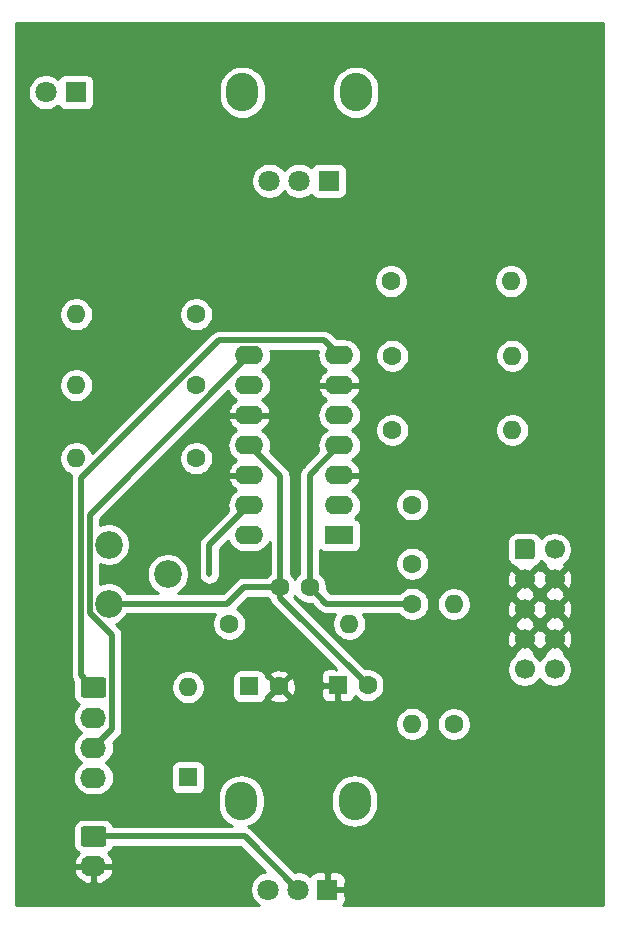
<source format=gbr>
%TF.GenerationSoftware,KiCad,Pcbnew,5.1.10-88a1d61d58~90~ubuntu21.04.1*%
%TF.CreationDate,2021-10-08T21:36:15+02:00*%
%TF.ProjectId,lfo,6c666f2e-6b69-4636-9164-5f7063625858,v1.0.0*%
%TF.SameCoordinates,Original*%
%TF.FileFunction,Copper,L1,Top*%
%TF.FilePolarity,Positive*%
%FSLAX46Y46*%
G04 Gerber Fmt 4.6, Leading zero omitted, Abs format (unit mm)*
G04 Created by KiCad (PCBNEW 5.1.10-88a1d61d58~90~ubuntu21.04.1) date 2021-10-08 21:36:15*
%MOMM*%
%LPD*%
G01*
G04 APERTURE LIST*
%TA.AperFunction,ComponentPad*%
%ADD10O,2.400000X1.600000*%
%TD*%
%TA.AperFunction,ComponentPad*%
%ADD11R,2.400000X1.600000*%
%TD*%
%TA.AperFunction,ComponentPad*%
%ADD12O,2.720000X3.240000*%
%TD*%
%TA.AperFunction,ComponentPad*%
%ADD13C,1.800000*%
%TD*%
%TA.AperFunction,ComponentPad*%
%ADD14R,1.800000X1.800000*%
%TD*%
%TA.AperFunction,ComponentPad*%
%ADD15C,2.340000*%
%TD*%
%TA.AperFunction,ComponentPad*%
%ADD16O,1.600000X1.600000*%
%TD*%
%TA.AperFunction,ComponentPad*%
%ADD17C,1.600000*%
%TD*%
%TA.AperFunction,ComponentPad*%
%ADD18C,1.700000*%
%TD*%
%TA.AperFunction,ComponentPad*%
%ADD19O,2.190000X1.740000*%
%TD*%
%TA.AperFunction,ComponentPad*%
%ADD20R,1.600000X1.600000*%
%TD*%
%TA.AperFunction,ViaPad*%
%ADD21C,3.500000*%
%TD*%
%TA.AperFunction,ViaPad*%
%ADD22C,0.508000*%
%TD*%
%TA.AperFunction,Conductor*%
%ADD23C,0.508000*%
%TD*%
%TA.AperFunction,Conductor*%
%ADD24C,0.254000*%
%TD*%
%TA.AperFunction,Conductor*%
%ADD25C,0.100000*%
%TD*%
G04 APERTURE END LIST*
D10*
%TO.P,U1,14*%
%TO.N,Net-(D1-Pad1)*%
X93380000Y-81000000D03*
%TO.P,U1,7*%
%TO.N,SQUARE*%
X101000000Y-65760000D03*
%TO.P,U1,13*%
%TO.N,Net-(D1-Pad2)*%
X93380000Y-78460000D03*
%TO.P,U1,6*%
%TO.N,GND*%
X101000000Y-68300000D03*
%TO.P,U1,12*%
X93380000Y-75920000D03*
%TO.P,U1,5*%
%TO.N,Net-(R2-Pad1)*%
X101000000Y-70840000D03*
%TO.P,U1,11*%
%TO.N,-12V*%
X93380000Y-73380000D03*
%TO.P,U1,4*%
%TO.N,+12V*%
X101000000Y-73380000D03*
%TO.P,U1,10*%
%TO.N,GND*%
X93380000Y-70840000D03*
%TO.P,U1,3*%
X101000000Y-75920000D03*
%TO.P,U1,9*%
%TO.N,Net-(R3-Pad1)*%
X93380000Y-68300000D03*
%TO.P,U1,2*%
%TO.N,Net-(C1-Pad2)*%
X101000000Y-78460000D03*
%TO.P,U1,8*%
%TO.N,TRIANGLE*%
X93380000Y-65760000D03*
D11*
%TO.P,U1,1*%
%TO.N,LED*%
X101000000Y-81000000D03*
%TD*%
D12*
%TO.P,RV3,*%
%TO.N,*%
X102300000Y-103500000D03*
X92700000Y-103500000D03*
D13*
%TO.P,RV3,3*%
%TO.N,INPUT*%
X95000000Y-111000000D03*
%TO.P,RV3,2*%
%TO.N,OUT*%
X97500000Y-111000000D03*
D14*
%TO.P,RV3,1*%
%TO.N,GND*%
X100000000Y-111000000D03*
%TD*%
D12*
%TO.P,RV2,*%
%TO.N,*%
X102400000Y-43500000D03*
X92800000Y-43500000D03*
D13*
%TO.P,RV2,3*%
%TO.N,SQUARE*%
X95100000Y-51000000D03*
%TO.P,RV2,2*%
%TO.N,Net-(R1-Pad1)*%
X97600000Y-51000000D03*
D14*
%TO.P,RV2,1*%
X100100000Y-51000000D03*
%TD*%
D15*
%TO.P,RV1,1*%
%TO.N,+12V*%
X81500000Y-81800000D03*
%TO.P,RV1,2*%
%TO.N,Net-(R4-Pad2)*%
X86500000Y-84300000D03*
%TO.P,RV1,3*%
%TO.N,-12V*%
X81500000Y-86800000D03*
%TD*%
D16*
%TO.P,R10,2*%
%TO.N,Net-(J3-Pad1)*%
X110700000Y-86840000D03*
D17*
%TO.P,R10,1*%
%TO.N,-12V*%
X110700000Y-97000000D03*
%TD*%
D16*
%TO.P,R9,2*%
%TO.N,Net-(J3-Pad10)*%
X107200000Y-96960000D03*
D17*
%TO.P,R9,1*%
%TO.N,+12V*%
X107200000Y-86800000D03*
%TD*%
D16*
%TO.P,R7,2*%
%TO.N,Net-(R3-Pad1)*%
X78740000Y-62300000D03*
D17*
%TO.P,R7,1*%
%TO.N,TRIANGLE*%
X88900000Y-62300000D03*
%TD*%
D16*
%TO.P,R6,2*%
%TO.N,Net-(R2-Pad1)*%
X115660000Y-65800000D03*
D17*
%TO.P,R6,1*%
%TO.N,SQUARE*%
X105500000Y-65800000D03*
%TD*%
D16*
%TO.P,R5,2*%
%TO.N,LED*%
X101860000Y-88500000D03*
D17*
%TO.P,R5,1*%
%TO.N,Net-(D1-Pad2)*%
X91700000Y-88500000D03*
%TD*%
D16*
%TO.P,R4,2*%
%TO.N,Net-(R4-Pad2)*%
X78740000Y-68300000D03*
D17*
%TO.P,R4,1*%
%TO.N,Net-(R3-Pad1)*%
X88900000Y-68300000D03*
%TD*%
D16*
%TO.P,R3,2*%
%TO.N,LED*%
X78740000Y-74500000D03*
D17*
%TO.P,R3,1*%
%TO.N,Net-(R3-Pad1)*%
X88900000Y-74500000D03*
%TD*%
D16*
%TO.P,R2,2*%
%TO.N,LED*%
X115660000Y-72100000D03*
D17*
%TO.P,R2,1*%
%TO.N,Net-(R2-Pad1)*%
X105500000Y-72100000D03*
%TD*%
D16*
%TO.P,R1,2*%
%TO.N,Net-(C1-Pad2)*%
X115560000Y-59500000D03*
D17*
%TO.P,R1,1*%
%TO.N,Net-(R1-Pad1)*%
X105400000Y-59500000D03*
%TD*%
D18*
%TO.P,J3,10*%
%TO.N,Net-(J3-Pad10)*%
X119240000Y-92360000D03*
%TO.P,J3,8*%
%TO.N,GND*%
X119240000Y-89820000D03*
%TO.P,J3,6*%
X119240000Y-87280000D03*
%TO.P,J3,4*%
X119240000Y-84740000D03*
%TO.P,J3,2*%
%TO.N,Net-(J3-Pad1)*%
X119240000Y-82200000D03*
%TO.P,J3,9*%
%TO.N,Net-(J3-Pad10)*%
X116700000Y-92360000D03*
%TO.P,J3,7*%
%TO.N,GND*%
X116700000Y-89820000D03*
%TO.P,J3,5*%
X116700000Y-87280000D03*
%TO.P,J3,3*%
X116700000Y-84740000D03*
%TO.P,J3,1*%
%TO.N,Net-(J3-Pad1)*%
%TA.AperFunction,ComponentPad*%
G36*
G01*
X115850000Y-82800000D02*
X115850000Y-81600000D01*
G75*
G02*
X116100000Y-81350000I250000J0D01*
G01*
X117300000Y-81350000D01*
G75*
G02*
X117550000Y-81600000I0J-250000D01*
G01*
X117550000Y-82800000D01*
G75*
G02*
X117300000Y-83050000I-250000J0D01*
G01*
X116100000Y-83050000D01*
G75*
G02*
X115850000Y-82800000I0J250000D01*
G01*
G37*
%TD.AperFunction*%
%TD*%
D19*
%TO.P,J2,2*%
%TO.N,GND*%
X80200000Y-109040000D03*
%TO.P,J2,1*%
%TO.N,OUT*%
%TA.AperFunction,ComponentPad*%
G36*
G01*
X79354999Y-105630000D02*
X81045001Y-105630000D01*
G75*
G02*
X81295000Y-105879999I0J-249999D01*
G01*
X81295000Y-107120001D01*
G75*
G02*
X81045001Y-107370000I-249999J0D01*
G01*
X79354999Y-107370000D01*
G75*
G02*
X79105000Y-107120001I0J249999D01*
G01*
X79105000Y-105879999D01*
G75*
G02*
X79354999Y-105630000I249999J0D01*
G01*
G37*
%TD.AperFunction*%
%TD*%
%TO.P,J1,4*%
%TO.N,INPUT*%
X80200000Y-101520000D03*
%TO.P,J1,3*%
%TO.N,TRIANGLE*%
X80200000Y-98980000D03*
%TO.P,J1,2*%
%TO.N,SQUARE_POS*%
X80200000Y-96440000D03*
%TO.P,J1,1*%
%TO.N,SQUARE*%
%TA.AperFunction,ComponentPad*%
G36*
G01*
X79354999Y-93030000D02*
X81045001Y-93030000D01*
G75*
G02*
X81295000Y-93279999I0J-249999D01*
G01*
X81295000Y-94520001D01*
G75*
G02*
X81045001Y-94770000I-249999J0D01*
G01*
X79354999Y-94770000D01*
G75*
G02*
X79105000Y-94520001I0J249999D01*
G01*
X79105000Y-93279999D01*
G75*
G02*
X79354999Y-93030000I249999J0D01*
G01*
G37*
%TD.AperFunction*%
%TD*%
D16*
%TO.P,D2,2*%
%TO.N,SQUARE*%
X88200000Y-93880000D03*
D20*
%TO.P,D2,1*%
%TO.N,SQUARE_POS*%
X88200000Y-101500000D03*
%TD*%
D13*
%TO.P,D1,2*%
%TO.N,Net-(D1-Pad2)*%
X76160000Y-43500000D03*
D14*
%TO.P,D1,1*%
%TO.N,Net-(D1-Pad1)*%
X78700000Y-43500000D03*
%TD*%
D17*
%TO.P,C4,2*%
%TO.N,GND*%
X95900000Y-93800000D03*
D20*
%TO.P,C4,1*%
%TO.N,+12V*%
X93400000Y-93800000D03*
%TD*%
D17*
%TO.P,C3,2*%
%TO.N,-12V*%
X103400000Y-93700000D03*
D20*
%TO.P,C3,1*%
%TO.N,GND*%
X100900000Y-93700000D03*
%TD*%
D17*
%TO.P,C2,2*%
%TO.N,-12V*%
X96000000Y-85400000D03*
%TO.P,C2,1*%
%TO.N,+12V*%
X98500000Y-85400000D03*
%TD*%
%TO.P,C1,2*%
%TO.N,Net-(C1-Pad2)*%
X107200000Y-78400000D03*
%TO.P,C1,1*%
%TO.N,LED*%
X107200000Y-83400000D03*
%TD*%
D21*
%TO.N,GND*%
X121000000Y-40000000D03*
X121000000Y-110000000D03*
X76000000Y-79000000D03*
D22*
%TO.N,Net-(D1-Pad2)*%
X90000000Y-84300000D03*
%TD*%
D23*
%TO.N,-12V*%
X81500000Y-86800000D02*
X82154001Y-86145999D01*
X96000000Y-86300000D02*
X96000000Y-85400000D01*
X103400000Y-93700000D02*
X96000000Y-86300000D01*
X91544078Y-86800000D02*
X81500000Y-86800000D01*
X92944078Y-85400000D02*
X91544078Y-86800000D01*
X96000000Y-85400000D02*
X92944078Y-85400000D01*
X96000000Y-76000000D02*
X93380000Y-73380000D01*
X96000000Y-85400000D02*
X96000000Y-76000000D01*
%TO.N,+12V*%
X99900000Y-86800000D02*
X98500000Y-85400000D01*
X107200000Y-86800000D02*
X99900000Y-86800000D01*
X98500000Y-75880000D02*
X98500000Y-85400000D01*
X101000000Y-73380000D02*
X98500000Y-75880000D01*
%TO.N,Net-(D1-Pad2)*%
X93380000Y-78460000D02*
X90000000Y-81840000D01*
X90000000Y-81840000D02*
X90000000Y-84300000D01*
X90000000Y-84300000D02*
X90000000Y-84300000D01*
%TO.N,SQUARE*%
X79167989Y-92867989D02*
X80200000Y-93900000D01*
X79167989Y-76176089D02*
X79167989Y-92867989D01*
X90838088Y-64505990D02*
X79167989Y-76176089D01*
X99745990Y-64505990D02*
X90838088Y-64505990D01*
X101000000Y-65760000D02*
X99745990Y-64505990D01*
%TO.N,TRIANGLE*%
X79875999Y-79264001D02*
X93380000Y-65760000D01*
X81749010Y-89452532D02*
X79875999Y-87579521D01*
X81749010Y-97430990D02*
X81749010Y-89452532D01*
X79875999Y-87579521D02*
X79875999Y-79264001D01*
X80200000Y-98980000D02*
X81749010Y-97430990D01*
%TO.N,OUT*%
X93000000Y-106500000D02*
X80200000Y-106500000D01*
X97500000Y-111000000D02*
X93000000Y-106500000D01*
%TD*%
D24*
%TO.N,GND*%
X123340000Y-112340000D02*
X101360364Y-112340000D01*
X101430537Y-112254494D01*
X101489502Y-112144180D01*
X101525812Y-112024482D01*
X101538072Y-111900000D01*
X101535000Y-111285750D01*
X101376250Y-111127000D01*
X100127000Y-111127000D01*
X100127000Y-111147000D01*
X99873000Y-111147000D01*
X99873000Y-111127000D01*
X99853000Y-111127000D01*
X99853000Y-110873000D01*
X99873000Y-110873000D01*
X99873000Y-109623750D01*
X100127000Y-109623750D01*
X100127000Y-110873000D01*
X101376250Y-110873000D01*
X101535000Y-110714250D01*
X101538072Y-110100000D01*
X101525812Y-109975518D01*
X101489502Y-109855820D01*
X101430537Y-109745506D01*
X101351185Y-109648815D01*
X101254494Y-109569463D01*
X101144180Y-109510498D01*
X101024482Y-109474188D01*
X100900000Y-109461928D01*
X100285750Y-109465000D01*
X100127000Y-109623750D01*
X99873000Y-109623750D01*
X99714250Y-109465000D01*
X99100000Y-109461928D01*
X98975518Y-109474188D01*
X98855820Y-109510498D01*
X98745506Y-109569463D01*
X98648815Y-109648815D01*
X98569463Y-109745506D01*
X98516120Y-109845303D01*
X98478505Y-109807688D01*
X98227095Y-109639701D01*
X97947743Y-109523989D01*
X97651184Y-109465000D01*
X97348816Y-109465000D01*
X97243237Y-109486001D01*
X93659499Y-105902264D01*
X93631659Y-105868341D01*
X93496291Y-105757247D01*
X93341851Y-105674697D01*
X93301250Y-105662381D01*
X93467147Y-105612057D01*
X93813725Y-105426807D01*
X94117503Y-105177503D01*
X94366807Y-104873725D01*
X94552057Y-104527147D01*
X94666133Y-104151087D01*
X94695000Y-103857997D01*
X94695000Y-103142003D01*
X100305000Y-103142003D01*
X100305000Y-103857998D01*
X100333867Y-104151088D01*
X100447943Y-104527147D01*
X100633193Y-104873725D01*
X100882498Y-105177503D01*
X101186276Y-105426807D01*
X101532854Y-105612057D01*
X101908913Y-105726133D01*
X102300000Y-105764652D01*
X102691088Y-105726133D01*
X103067147Y-105612057D01*
X103413725Y-105426807D01*
X103717503Y-105177503D01*
X103966807Y-104873725D01*
X104152057Y-104527147D01*
X104266133Y-104151087D01*
X104295000Y-103857997D01*
X104295000Y-103142002D01*
X104266133Y-102848912D01*
X104152057Y-102472853D01*
X103966807Y-102126275D01*
X103717503Y-101822497D01*
X103413725Y-101573193D01*
X103067146Y-101387943D01*
X102691087Y-101273867D01*
X102300000Y-101235348D01*
X101908912Y-101273867D01*
X101532853Y-101387943D01*
X101186275Y-101573193D01*
X100882497Y-101822497D01*
X100633193Y-102126275D01*
X100447943Y-102472854D01*
X100333867Y-102848913D01*
X100305000Y-103142003D01*
X94695000Y-103142003D01*
X94695000Y-103142002D01*
X94666133Y-102848912D01*
X94552057Y-102472853D01*
X94366807Y-102126275D01*
X94117503Y-101822497D01*
X93813725Y-101573193D01*
X93467146Y-101387943D01*
X93091087Y-101273867D01*
X92700000Y-101235348D01*
X92308912Y-101273867D01*
X91932853Y-101387943D01*
X91586275Y-101573193D01*
X91282497Y-101822497D01*
X91033193Y-102126275D01*
X90847943Y-102472854D01*
X90733867Y-102848913D01*
X90705000Y-103142003D01*
X90705000Y-103857998D01*
X90733867Y-104151088D01*
X90847943Y-104527147D01*
X91033193Y-104873725D01*
X91282498Y-105177503D01*
X91586276Y-105426807D01*
X91930876Y-105611000D01*
X81886964Y-105611000D01*
X81865472Y-105540149D01*
X81783405Y-105386613D01*
X81672962Y-105252038D01*
X81538387Y-105141595D01*
X81384851Y-105059528D01*
X81218255Y-105008992D01*
X81045001Y-104991928D01*
X79354999Y-104991928D01*
X79181745Y-105008992D01*
X79015149Y-105059528D01*
X78861613Y-105141595D01*
X78727038Y-105252038D01*
X78616595Y-105386613D01*
X78534528Y-105540149D01*
X78483992Y-105706745D01*
X78466928Y-105879999D01*
X78466928Y-107120001D01*
X78483992Y-107293255D01*
X78534528Y-107459851D01*
X78616595Y-107613387D01*
X78727038Y-107747962D01*
X78861613Y-107858405D01*
X78970590Y-107916655D01*
X78811694Y-108073674D01*
X78645526Y-108319191D01*
X78530449Y-108592409D01*
X78513698Y-108679969D01*
X78634754Y-108913000D01*
X80073000Y-108913000D01*
X80073000Y-108893000D01*
X80327000Y-108893000D01*
X80327000Y-108913000D01*
X81765246Y-108913000D01*
X81886302Y-108679969D01*
X81869551Y-108592409D01*
X81754474Y-108319191D01*
X81588306Y-108073674D01*
X81429410Y-107916655D01*
X81538387Y-107858405D01*
X81672962Y-107747962D01*
X81783405Y-107613387D01*
X81865472Y-107459851D01*
X81886964Y-107389000D01*
X92631765Y-107389000D01*
X94731166Y-109488402D01*
X94552257Y-109523989D01*
X94272905Y-109639701D01*
X94021495Y-109807688D01*
X93807688Y-110021495D01*
X93639701Y-110272905D01*
X93523989Y-110552257D01*
X93465000Y-110848816D01*
X93465000Y-111151184D01*
X93523989Y-111447743D01*
X93639701Y-111727095D01*
X93807688Y-111978505D01*
X94021495Y-112192312D01*
X94242525Y-112340000D01*
X73660000Y-112340000D01*
X73660000Y-109400031D01*
X78513698Y-109400031D01*
X78530449Y-109487591D01*
X78645526Y-109760809D01*
X78811694Y-110006326D01*
X79022567Y-110214708D01*
X79270042Y-110377947D01*
X79544608Y-110489769D01*
X79835714Y-110545877D01*
X80073000Y-110390376D01*
X80073000Y-109167000D01*
X80327000Y-109167000D01*
X80327000Y-110390376D01*
X80564286Y-110545877D01*
X80855392Y-110489769D01*
X81129958Y-110377947D01*
X81377433Y-110214708D01*
X81588306Y-110006326D01*
X81754474Y-109760809D01*
X81869551Y-109487591D01*
X81886302Y-109400031D01*
X81765246Y-109167000D01*
X80327000Y-109167000D01*
X80073000Y-109167000D01*
X78634754Y-109167000D01*
X78513698Y-109400031D01*
X73660000Y-109400031D01*
X73660000Y-74358665D01*
X77305000Y-74358665D01*
X77305000Y-74641335D01*
X77360147Y-74918574D01*
X77468320Y-75179727D01*
X77625363Y-75414759D01*
X77825241Y-75614637D01*
X78060273Y-75771680D01*
X78321426Y-75879853D01*
X78328427Y-75881246D01*
X78291853Y-76001816D01*
X78278989Y-76132423D01*
X78278989Y-76132429D01*
X78274689Y-76176089D01*
X78278989Y-76219749D01*
X78278990Y-92824319D01*
X78274689Y-92867989D01*
X78291853Y-93042263D01*
X78342687Y-93209841D01*
X78421959Y-93358147D01*
X78425237Y-93364280D01*
X78466928Y-93415080D01*
X78466928Y-94520001D01*
X78483992Y-94693255D01*
X78534528Y-94859851D01*
X78616595Y-95013387D01*
X78727038Y-95147962D01*
X78861613Y-95258405D01*
X78971114Y-95316934D01*
X78905655Y-95370655D01*
X78717583Y-95599821D01*
X78577834Y-95861275D01*
X78491776Y-96144968D01*
X78462718Y-96440000D01*
X78491776Y-96735032D01*
X78577834Y-97018725D01*
X78717583Y-97280179D01*
X78905655Y-97509345D01*
X79134821Y-97697417D01*
X79158362Y-97710000D01*
X79134821Y-97722583D01*
X78905655Y-97910655D01*
X78717583Y-98139821D01*
X78577834Y-98401275D01*
X78491776Y-98684968D01*
X78462718Y-98980000D01*
X78491776Y-99275032D01*
X78577834Y-99558725D01*
X78717583Y-99820179D01*
X78905655Y-100049345D01*
X79134821Y-100237417D01*
X79158362Y-100250000D01*
X79134821Y-100262583D01*
X78905655Y-100450655D01*
X78717583Y-100679821D01*
X78577834Y-100941275D01*
X78491776Y-101224968D01*
X78462718Y-101520000D01*
X78491776Y-101815032D01*
X78577834Y-102098725D01*
X78717583Y-102360179D01*
X78905655Y-102589345D01*
X79134821Y-102777417D01*
X79396275Y-102917166D01*
X79679968Y-103003224D01*
X79901064Y-103025000D01*
X80498936Y-103025000D01*
X80720032Y-103003224D01*
X81003725Y-102917166D01*
X81265179Y-102777417D01*
X81494345Y-102589345D01*
X81682417Y-102360179D01*
X81822166Y-102098725D01*
X81908224Y-101815032D01*
X81937282Y-101520000D01*
X81908224Y-101224968D01*
X81822166Y-100941275D01*
X81693203Y-100700000D01*
X86761928Y-100700000D01*
X86761928Y-102300000D01*
X86774188Y-102424482D01*
X86810498Y-102544180D01*
X86869463Y-102654494D01*
X86948815Y-102751185D01*
X87045506Y-102830537D01*
X87155820Y-102889502D01*
X87275518Y-102925812D01*
X87400000Y-102938072D01*
X89000000Y-102938072D01*
X89124482Y-102925812D01*
X89244180Y-102889502D01*
X89354494Y-102830537D01*
X89451185Y-102751185D01*
X89530537Y-102654494D01*
X89589502Y-102544180D01*
X89625812Y-102424482D01*
X89638072Y-102300000D01*
X89638072Y-100700000D01*
X89625812Y-100575518D01*
X89589502Y-100455820D01*
X89530537Y-100345506D01*
X89451185Y-100248815D01*
X89354494Y-100169463D01*
X89244180Y-100110498D01*
X89124482Y-100074188D01*
X89000000Y-100061928D01*
X87400000Y-100061928D01*
X87275518Y-100074188D01*
X87155820Y-100110498D01*
X87045506Y-100169463D01*
X86948815Y-100248815D01*
X86869463Y-100345506D01*
X86810498Y-100455820D01*
X86774188Y-100575518D01*
X86761928Y-100700000D01*
X81693203Y-100700000D01*
X81682417Y-100679821D01*
X81494345Y-100450655D01*
X81265179Y-100262583D01*
X81241638Y-100250000D01*
X81265179Y-100237417D01*
X81494345Y-100049345D01*
X81682417Y-99820179D01*
X81822166Y-99558725D01*
X81908224Y-99275032D01*
X81937282Y-98980000D01*
X81908224Y-98684968D01*
X81871926Y-98565310D01*
X82346753Y-98090483D01*
X82380669Y-98062649D01*
X82491763Y-97927281D01*
X82574313Y-97772841D01*
X82625146Y-97605264D01*
X82638010Y-97474657D01*
X82638010Y-97474650D01*
X82642310Y-97430990D01*
X82638010Y-97387330D01*
X82638010Y-96818665D01*
X105765000Y-96818665D01*
X105765000Y-97101335D01*
X105820147Y-97378574D01*
X105928320Y-97639727D01*
X106085363Y-97874759D01*
X106285241Y-98074637D01*
X106520273Y-98231680D01*
X106781426Y-98339853D01*
X107058665Y-98395000D01*
X107341335Y-98395000D01*
X107618574Y-98339853D01*
X107879727Y-98231680D01*
X108114759Y-98074637D01*
X108314637Y-97874759D01*
X108471680Y-97639727D01*
X108579853Y-97378574D01*
X108635000Y-97101335D01*
X108635000Y-96858665D01*
X109265000Y-96858665D01*
X109265000Y-97141335D01*
X109320147Y-97418574D01*
X109428320Y-97679727D01*
X109585363Y-97914759D01*
X109785241Y-98114637D01*
X110020273Y-98271680D01*
X110281426Y-98379853D01*
X110558665Y-98435000D01*
X110841335Y-98435000D01*
X111118574Y-98379853D01*
X111379727Y-98271680D01*
X111614759Y-98114637D01*
X111814637Y-97914759D01*
X111971680Y-97679727D01*
X112079853Y-97418574D01*
X112135000Y-97141335D01*
X112135000Y-96858665D01*
X112079853Y-96581426D01*
X111971680Y-96320273D01*
X111814637Y-96085241D01*
X111614759Y-95885363D01*
X111379727Y-95728320D01*
X111118574Y-95620147D01*
X110841335Y-95565000D01*
X110558665Y-95565000D01*
X110281426Y-95620147D01*
X110020273Y-95728320D01*
X109785241Y-95885363D01*
X109585363Y-96085241D01*
X109428320Y-96320273D01*
X109320147Y-96581426D01*
X109265000Y-96858665D01*
X108635000Y-96858665D01*
X108635000Y-96818665D01*
X108579853Y-96541426D01*
X108471680Y-96280273D01*
X108314637Y-96045241D01*
X108114759Y-95845363D01*
X107879727Y-95688320D01*
X107618574Y-95580147D01*
X107341335Y-95525000D01*
X107058665Y-95525000D01*
X106781426Y-95580147D01*
X106520273Y-95688320D01*
X106285241Y-95845363D01*
X106085363Y-96045241D01*
X105928320Y-96280273D01*
X105820147Y-96541426D01*
X105765000Y-96818665D01*
X82638010Y-96818665D01*
X82638010Y-93738665D01*
X86765000Y-93738665D01*
X86765000Y-94021335D01*
X86820147Y-94298574D01*
X86928320Y-94559727D01*
X87085363Y-94794759D01*
X87285241Y-94994637D01*
X87520273Y-95151680D01*
X87781426Y-95259853D01*
X88058665Y-95315000D01*
X88341335Y-95315000D01*
X88618574Y-95259853D01*
X88879727Y-95151680D01*
X89114759Y-94994637D01*
X89314637Y-94794759D01*
X89471680Y-94559727D01*
X89579853Y-94298574D01*
X89635000Y-94021335D01*
X89635000Y-93738665D01*
X89579853Y-93461426D01*
X89471680Y-93200273D01*
X89337863Y-93000000D01*
X91961928Y-93000000D01*
X91961928Y-94600000D01*
X91974188Y-94724482D01*
X92010498Y-94844180D01*
X92069463Y-94954494D01*
X92148815Y-95051185D01*
X92245506Y-95130537D01*
X92355820Y-95189502D01*
X92475518Y-95225812D01*
X92600000Y-95238072D01*
X94200000Y-95238072D01*
X94324482Y-95225812D01*
X94444180Y-95189502D01*
X94554494Y-95130537D01*
X94651185Y-95051185D01*
X94730537Y-94954494D01*
X94789502Y-94844180D01*
X94805117Y-94792702D01*
X95086903Y-94792702D01*
X95158486Y-95036671D01*
X95413996Y-95157571D01*
X95688184Y-95226300D01*
X95970512Y-95240217D01*
X96250130Y-95198787D01*
X96516292Y-95103603D01*
X96641514Y-95036671D01*
X96713097Y-94792702D01*
X95900000Y-93979605D01*
X95086903Y-94792702D01*
X94805117Y-94792702D01*
X94825812Y-94724482D01*
X94838072Y-94600000D01*
X94838072Y-94592785D01*
X94907298Y-94613097D01*
X95720395Y-93800000D01*
X96079605Y-93800000D01*
X96892702Y-94613097D01*
X97136671Y-94541514D01*
X97156314Y-94500000D01*
X99461928Y-94500000D01*
X99474188Y-94624482D01*
X99510498Y-94744180D01*
X99569463Y-94854494D01*
X99648815Y-94951185D01*
X99745506Y-95030537D01*
X99855820Y-95089502D01*
X99975518Y-95125812D01*
X100100000Y-95138072D01*
X100614250Y-95135000D01*
X100773000Y-94976250D01*
X100773000Y-93827000D01*
X99623750Y-93827000D01*
X99465000Y-93985750D01*
X99461928Y-94500000D01*
X97156314Y-94500000D01*
X97257571Y-94286004D01*
X97326300Y-94011816D01*
X97340217Y-93729488D01*
X97298787Y-93449870D01*
X97203603Y-93183708D01*
X97136671Y-93058486D01*
X96892702Y-92986903D01*
X96079605Y-93800000D01*
X95720395Y-93800000D01*
X94907298Y-92986903D01*
X94838072Y-93007215D01*
X94838072Y-93000000D01*
X94825812Y-92875518D01*
X94805118Y-92807298D01*
X95086903Y-92807298D01*
X95900000Y-93620395D01*
X96713097Y-92807298D01*
X96641514Y-92563329D01*
X96386004Y-92442429D01*
X96111816Y-92373700D01*
X95829488Y-92359783D01*
X95549870Y-92401213D01*
X95283708Y-92496397D01*
X95158486Y-92563329D01*
X95086903Y-92807298D01*
X94805118Y-92807298D01*
X94789502Y-92755820D01*
X94730537Y-92645506D01*
X94651185Y-92548815D01*
X94554494Y-92469463D01*
X94444180Y-92410498D01*
X94324482Y-92374188D01*
X94200000Y-92361928D01*
X92600000Y-92361928D01*
X92475518Y-92374188D01*
X92355820Y-92410498D01*
X92245506Y-92469463D01*
X92148815Y-92548815D01*
X92069463Y-92645506D01*
X92010498Y-92755820D01*
X91974188Y-92875518D01*
X91961928Y-93000000D01*
X89337863Y-93000000D01*
X89314637Y-92965241D01*
X89114759Y-92765363D01*
X88879727Y-92608320D01*
X88618574Y-92500147D01*
X88341335Y-92445000D01*
X88058665Y-92445000D01*
X87781426Y-92500147D01*
X87520273Y-92608320D01*
X87285241Y-92765363D01*
X87085363Y-92965241D01*
X86928320Y-93200273D01*
X86820147Y-93461426D01*
X86765000Y-93738665D01*
X82638010Y-93738665D01*
X82638010Y-89496200D01*
X82642311Y-89452532D01*
X82625146Y-89278257D01*
X82595257Y-89179727D01*
X82574313Y-89110681D01*
X82491763Y-88956241D01*
X82380669Y-88820873D01*
X82346752Y-88793038D01*
X82070941Y-88517227D01*
X82354988Y-88399571D01*
X82650621Y-88202035D01*
X82902035Y-87950621D01*
X83076845Y-87689000D01*
X90516034Y-87689000D01*
X90428320Y-87820273D01*
X90320147Y-88081426D01*
X90265000Y-88358665D01*
X90265000Y-88641335D01*
X90320147Y-88918574D01*
X90428320Y-89179727D01*
X90585363Y-89414759D01*
X90785241Y-89614637D01*
X91020273Y-89771680D01*
X91281426Y-89879853D01*
X91558665Y-89935000D01*
X91841335Y-89935000D01*
X92118574Y-89879853D01*
X92379727Y-89771680D01*
X92614759Y-89614637D01*
X92814637Y-89414759D01*
X92971680Y-89179727D01*
X93079853Y-88918574D01*
X93135000Y-88641335D01*
X93135000Y-88358665D01*
X93079853Y-88081426D01*
X92971680Y-87820273D01*
X92814637Y-87585241D01*
X92614759Y-87385363D01*
X92379727Y-87228320D01*
X92374965Y-87226348D01*
X93312314Y-86289000D01*
X94868151Y-86289000D01*
X94885363Y-86314759D01*
X95085241Y-86514637D01*
X95149039Y-86557265D01*
X95174697Y-86641850D01*
X95257247Y-86796290D01*
X95368341Y-86931659D01*
X95402264Y-86959499D01*
X100772998Y-92330233D01*
X100772998Y-92423748D01*
X100614250Y-92265000D01*
X100100000Y-92261928D01*
X99975518Y-92274188D01*
X99855820Y-92310498D01*
X99745506Y-92369463D01*
X99648815Y-92448815D01*
X99569463Y-92545506D01*
X99510498Y-92655820D01*
X99474188Y-92775518D01*
X99461928Y-92900000D01*
X99465000Y-93414250D01*
X99623750Y-93573000D01*
X100773000Y-93573000D01*
X100773000Y-93553000D01*
X101027000Y-93553000D01*
X101027000Y-93573000D01*
X101047000Y-93573000D01*
X101047000Y-93827000D01*
X101027000Y-93827000D01*
X101027000Y-94976250D01*
X101185750Y-95135000D01*
X101700000Y-95138072D01*
X101824482Y-95125812D01*
X101944180Y-95089502D01*
X102054494Y-95030537D01*
X102151185Y-94951185D01*
X102230537Y-94854494D01*
X102289502Y-94744180D01*
X102318661Y-94648057D01*
X102485241Y-94814637D01*
X102720273Y-94971680D01*
X102981426Y-95079853D01*
X103258665Y-95135000D01*
X103541335Y-95135000D01*
X103818574Y-95079853D01*
X104079727Y-94971680D01*
X104314759Y-94814637D01*
X104514637Y-94614759D01*
X104671680Y-94379727D01*
X104779853Y-94118574D01*
X104835000Y-93841335D01*
X104835000Y-93558665D01*
X104779853Y-93281426D01*
X104671680Y-93020273D01*
X104514637Y-92785241D01*
X104314759Y-92585363D01*
X104079727Y-92428320D01*
X103818574Y-92320147D01*
X103541335Y-92265000D01*
X103258665Y-92265000D01*
X103228279Y-92271044D01*
X103170975Y-92213740D01*
X115215000Y-92213740D01*
X115215000Y-92506260D01*
X115272068Y-92793158D01*
X115384010Y-93063411D01*
X115546525Y-93306632D01*
X115753368Y-93513475D01*
X115996589Y-93675990D01*
X116266842Y-93787932D01*
X116553740Y-93845000D01*
X116846260Y-93845000D01*
X117133158Y-93787932D01*
X117403411Y-93675990D01*
X117646632Y-93513475D01*
X117853475Y-93306632D01*
X117970000Y-93132240D01*
X118086525Y-93306632D01*
X118293368Y-93513475D01*
X118536589Y-93675990D01*
X118806842Y-93787932D01*
X119093740Y-93845000D01*
X119386260Y-93845000D01*
X119673158Y-93787932D01*
X119943411Y-93675990D01*
X120186632Y-93513475D01*
X120393475Y-93306632D01*
X120555990Y-93063411D01*
X120667932Y-92793158D01*
X120725000Y-92506260D01*
X120725000Y-92213740D01*
X120667932Y-91926842D01*
X120555990Y-91656589D01*
X120393475Y-91413368D01*
X120186632Y-91206525D01*
X120013271Y-91090689D01*
X120088792Y-90848397D01*
X119240000Y-89999605D01*
X118391208Y-90848397D01*
X118466729Y-91090689D01*
X118293368Y-91206525D01*
X118086525Y-91413368D01*
X117970000Y-91587760D01*
X117853475Y-91413368D01*
X117646632Y-91206525D01*
X117473271Y-91090689D01*
X117548792Y-90848397D01*
X116700000Y-89999605D01*
X115851208Y-90848397D01*
X115926729Y-91090689D01*
X115753368Y-91206525D01*
X115546525Y-91413368D01*
X115384010Y-91656589D01*
X115272068Y-91926842D01*
X115215000Y-92213740D01*
X103170975Y-92213740D01*
X97177665Y-86220430D01*
X97250000Y-86112173D01*
X97385363Y-86314759D01*
X97585241Y-86514637D01*
X97820273Y-86671680D01*
X98081426Y-86779853D01*
X98358665Y-86835000D01*
X98641335Y-86835000D01*
X98671720Y-86828956D01*
X99240506Y-87397741D01*
X99268341Y-87431659D01*
X99403709Y-87542753D01*
X99558149Y-87625303D01*
X99652758Y-87654002D01*
X99725725Y-87676136D01*
X99742325Y-87677771D01*
X99856333Y-87689000D01*
X99856340Y-87689000D01*
X99900000Y-87693300D01*
X99943660Y-87689000D01*
X100676034Y-87689000D01*
X100588320Y-87820273D01*
X100480147Y-88081426D01*
X100425000Y-88358665D01*
X100425000Y-88641335D01*
X100480147Y-88918574D01*
X100588320Y-89179727D01*
X100745363Y-89414759D01*
X100945241Y-89614637D01*
X101180273Y-89771680D01*
X101441426Y-89879853D01*
X101718665Y-89935000D01*
X102001335Y-89935000D01*
X102234947Y-89888531D01*
X115209389Y-89888531D01*
X115251401Y-90178019D01*
X115349081Y-90453747D01*
X115422528Y-90591157D01*
X115671603Y-90668792D01*
X116520395Y-89820000D01*
X116879605Y-89820000D01*
X117728397Y-90668792D01*
X117970000Y-90593486D01*
X118211603Y-90668792D01*
X119060395Y-89820000D01*
X119419605Y-89820000D01*
X120268397Y-90668792D01*
X120517472Y-90591157D01*
X120643371Y-90327117D01*
X120715339Y-90043589D01*
X120730611Y-89751469D01*
X120688599Y-89461981D01*
X120590919Y-89186253D01*
X120517472Y-89048843D01*
X120268397Y-88971208D01*
X119419605Y-89820000D01*
X119060395Y-89820000D01*
X118211603Y-88971208D01*
X117970000Y-89046514D01*
X117728397Y-88971208D01*
X116879605Y-89820000D01*
X116520395Y-89820000D01*
X115671603Y-88971208D01*
X115422528Y-89048843D01*
X115296629Y-89312883D01*
X115224661Y-89596411D01*
X115209389Y-89888531D01*
X102234947Y-89888531D01*
X102278574Y-89879853D01*
X102539727Y-89771680D01*
X102774759Y-89614637D01*
X102974637Y-89414759D01*
X103131680Y-89179727D01*
X103239853Y-88918574D01*
X103295000Y-88641335D01*
X103295000Y-88358665D01*
X103285001Y-88308397D01*
X115851208Y-88308397D01*
X115926514Y-88550000D01*
X115851208Y-88791603D01*
X116700000Y-89640395D01*
X117548792Y-88791603D01*
X117473486Y-88550000D01*
X117548792Y-88308397D01*
X118391208Y-88308397D01*
X118466514Y-88550000D01*
X118391208Y-88791603D01*
X119240000Y-89640395D01*
X120088792Y-88791603D01*
X120013486Y-88550000D01*
X120088792Y-88308397D01*
X119240000Y-87459605D01*
X118391208Y-88308397D01*
X117548792Y-88308397D01*
X116700000Y-87459605D01*
X115851208Y-88308397D01*
X103285001Y-88308397D01*
X103239853Y-88081426D01*
X103131680Y-87820273D01*
X103043966Y-87689000D01*
X106068151Y-87689000D01*
X106085363Y-87714759D01*
X106285241Y-87914637D01*
X106520273Y-88071680D01*
X106781426Y-88179853D01*
X107058665Y-88235000D01*
X107341335Y-88235000D01*
X107618574Y-88179853D01*
X107879727Y-88071680D01*
X108114759Y-87914637D01*
X108314637Y-87714759D01*
X108471680Y-87479727D01*
X108579853Y-87218574D01*
X108635000Y-86941335D01*
X108635000Y-86698665D01*
X109265000Y-86698665D01*
X109265000Y-86981335D01*
X109320147Y-87258574D01*
X109428320Y-87519727D01*
X109585363Y-87754759D01*
X109785241Y-87954637D01*
X110020273Y-88111680D01*
X110281426Y-88219853D01*
X110558665Y-88275000D01*
X110841335Y-88275000D01*
X111118574Y-88219853D01*
X111379727Y-88111680D01*
X111614759Y-87954637D01*
X111814637Y-87754759D01*
X111971680Y-87519727D01*
X112042591Y-87348531D01*
X115209389Y-87348531D01*
X115251401Y-87638019D01*
X115349081Y-87913747D01*
X115422528Y-88051157D01*
X115671603Y-88128792D01*
X116520395Y-87280000D01*
X116879605Y-87280000D01*
X117728397Y-88128792D01*
X117970000Y-88053486D01*
X118211603Y-88128792D01*
X119060395Y-87280000D01*
X119419605Y-87280000D01*
X120268397Y-88128792D01*
X120517472Y-88051157D01*
X120643371Y-87787117D01*
X120715339Y-87503589D01*
X120730611Y-87211469D01*
X120688599Y-86921981D01*
X120590919Y-86646253D01*
X120517472Y-86508843D01*
X120268397Y-86431208D01*
X119419605Y-87280000D01*
X119060395Y-87280000D01*
X118211603Y-86431208D01*
X117970000Y-86506514D01*
X117728397Y-86431208D01*
X116879605Y-87280000D01*
X116520395Y-87280000D01*
X115671603Y-86431208D01*
X115422528Y-86508843D01*
X115296629Y-86772883D01*
X115224661Y-87056411D01*
X115209389Y-87348531D01*
X112042591Y-87348531D01*
X112079853Y-87258574D01*
X112135000Y-86981335D01*
X112135000Y-86698665D01*
X112079853Y-86421426D01*
X111971680Y-86160273D01*
X111814637Y-85925241D01*
X111657793Y-85768397D01*
X115851208Y-85768397D01*
X115926514Y-86010000D01*
X115851208Y-86251603D01*
X116700000Y-87100395D01*
X117548792Y-86251603D01*
X117473486Y-86010000D01*
X117548792Y-85768397D01*
X118391208Y-85768397D01*
X118466514Y-86010000D01*
X118391208Y-86251603D01*
X119240000Y-87100395D01*
X120088792Y-86251603D01*
X120013486Y-86010000D01*
X120088792Y-85768397D01*
X119240000Y-84919605D01*
X118391208Y-85768397D01*
X117548792Y-85768397D01*
X116700000Y-84919605D01*
X115851208Y-85768397D01*
X111657793Y-85768397D01*
X111614759Y-85725363D01*
X111379727Y-85568320D01*
X111118574Y-85460147D01*
X110841335Y-85405000D01*
X110558665Y-85405000D01*
X110281426Y-85460147D01*
X110020273Y-85568320D01*
X109785241Y-85725363D01*
X109585363Y-85925241D01*
X109428320Y-86160273D01*
X109320147Y-86421426D01*
X109265000Y-86698665D01*
X108635000Y-86698665D01*
X108635000Y-86658665D01*
X108579853Y-86381426D01*
X108471680Y-86120273D01*
X108314637Y-85885241D01*
X108114759Y-85685363D01*
X107879727Y-85528320D01*
X107618574Y-85420147D01*
X107341335Y-85365000D01*
X107058665Y-85365000D01*
X106781426Y-85420147D01*
X106520273Y-85528320D01*
X106285241Y-85685363D01*
X106085363Y-85885241D01*
X106068151Y-85911000D01*
X100268236Y-85911000D01*
X99928956Y-85571720D01*
X99935000Y-85541335D01*
X99935000Y-85258665D01*
X99879853Y-84981426D01*
X99771680Y-84720273D01*
X99614637Y-84485241D01*
X99414759Y-84285363D01*
X99389000Y-84268151D01*
X99389000Y-83258665D01*
X105765000Y-83258665D01*
X105765000Y-83541335D01*
X105820147Y-83818574D01*
X105928320Y-84079727D01*
X106085363Y-84314759D01*
X106285241Y-84514637D01*
X106520273Y-84671680D01*
X106781426Y-84779853D01*
X107058665Y-84835000D01*
X107341335Y-84835000D01*
X107474401Y-84808531D01*
X115209389Y-84808531D01*
X115251401Y-85098019D01*
X115349081Y-85373747D01*
X115422528Y-85511157D01*
X115671603Y-85588792D01*
X116520395Y-84740000D01*
X116879605Y-84740000D01*
X117728397Y-85588792D01*
X117970000Y-85513486D01*
X118211603Y-85588792D01*
X119060395Y-84740000D01*
X119419605Y-84740000D01*
X120268397Y-85588792D01*
X120517472Y-85511157D01*
X120643371Y-85247117D01*
X120715339Y-84963589D01*
X120730611Y-84671469D01*
X120688599Y-84381981D01*
X120590919Y-84106253D01*
X120517472Y-83968843D01*
X120268397Y-83891208D01*
X119419605Y-84740000D01*
X119060395Y-84740000D01*
X118211603Y-83891208D01*
X117970000Y-83966514D01*
X117728397Y-83891208D01*
X116879605Y-84740000D01*
X116520395Y-84740000D01*
X115671603Y-83891208D01*
X115422528Y-83968843D01*
X115296629Y-84232883D01*
X115224661Y-84516411D01*
X115209389Y-84808531D01*
X107474401Y-84808531D01*
X107618574Y-84779853D01*
X107879727Y-84671680D01*
X108114759Y-84514637D01*
X108314637Y-84314759D01*
X108471680Y-84079727D01*
X108579853Y-83818574D01*
X108635000Y-83541335D01*
X108635000Y-83258665D01*
X108579853Y-82981426D01*
X108471680Y-82720273D01*
X108314637Y-82485241D01*
X108114759Y-82285363D01*
X107879727Y-82128320D01*
X107618574Y-82020147D01*
X107341335Y-81965000D01*
X107058665Y-81965000D01*
X106781426Y-82020147D01*
X106520273Y-82128320D01*
X106285241Y-82285363D01*
X106085363Y-82485241D01*
X105928320Y-82720273D01*
X105820147Y-82981426D01*
X105765000Y-83258665D01*
X99389000Y-83258665D01*
X99389000Y-82284164D01*
X99445506Y-82330537D01*
X99555820Y-82389502D01*
X99675518Y-82425812D01*
X99800000Y-82438072D01*
X102200000Y-82438072D01*
X102324482Y-82425812D01*
X102444180Y-82389502D01*
X102554494Y-82330537D01*
X102651185Y-82251185D01*
X102730537Y-82154494D01*
X102789502Y-82044180D01*
X102825812Y-81924482D01*
X102838072Y-81800000D01*
X102838072Y-81600000D01*
X115211928Y-81600000D01*
X115211928Y-82800000D01*
X115228992Y-82973254D01*
X115279528Y-83139850D01*
X115361595Y-83293386D01*
X115472038Y-83427962D01*
X115606614Y-83538405D01*
X115760150Y-83620472D01*
X115869293Y-83653580D01*
X115851208Y-83711603D01*
X116700000Y-84560395D01*
X117548792Y-83711603D01*
X117530707Y-83653580D01*
X117639850Y-83620472D01*
X117793386Y-83538405D01*
X117927962Y-83427962D01*
X118038405Y-83293386D01*
X118106285Y-83166392D01*
X118293368Y-83353475D01*
X118466729Y-83469311D01*
X118391208Y-83711603D01*
X119240000Y-84560395D01*
X120088792Y-83711603D01*
X120013271Y-83469311D01*
X120186632Y-83353475D01*
X120393475Y-83146632D01*
X120555990Y-82903411D01*
X120667932Y-82633158D01*
X120725000Y-82346260D01*
X120725000Y-82053740D01*
X120667932Y-81766842D01*
X120555990Y-81496589D01*
X120393475Y-81253368D01*
X120186632Y-81046525D01*
X119943411Y-80884010D01*
X119673158Y-80772068D01*
X119386260Y-80715000D01*
X119093740Y-80715000D01*
X118806842Y-80772068D01*
X118536589Y-80884010D01*
X118293368Y-81046525D01*
X118106285Y-81233608D01*
X118038405Y-81106614D01*
X117927962Y-80972038D01*
X117793386Y-80861595D01*
X117639850Y-80779528D01*
X117473254Y-80728992D01*
X117300000Y-80711928D01*
X116100000Y-80711928D01*
X115926746Y-80728992D01*
X115760150Y-80779528D01*
X115606614Y-80861595D01*
X115472038Y-80972038D01*
X115361595Y-81106614D01*
X115279528Y-81260150D01*
X115228992Y-81426746D01*
X115211928Y-81600000D01*
X102838072Y-81600000D01*
X102838072Y-80200000D01*
X102825812Y-80075518D01*
X102789502Y-79955820D01*
X102730537Y-79845506D01*
X102651185Y-79748815D01*
X102554494Y-79669463D01*
X102444180Y-79610498D01*
X102324482Y-79574188D01*
X102306518Y-79572419D01*
X102419608Y-79479608D01*
X102598932Y-79261101D01*
X102732182Y-79011808D01*
X102814236Y-78741309D01*
X102841943Y-78460000D01*
X102822113Y-78258665D01*
X105765000Y-78258665D01*
X105765000Y-78541335D01*
X105820147Y-78818574D01*
X105928320Y-79079727D01*
X106085363Y-79314759D01*
X106285241Y-79514637D01*
X106520273Y-79671680D01*
X106781426Y-79779853D01*
X107058665Y-79835000D01*
X107341335Y-79835000D01*
X107618574Y-79779853D01*
X107879727Y-79671680D01*
X108114759Y-79514637D01*
X108314637Y-79314759D01*
X108471680Y-79079727D01*
X108579853Y-78818574D01*
X108635000Y-78541335D01*
X108635000Y-78258665D01*
X108579853Y-77981426D01*
X108471680Y-77720273D01*
X108314637Y-77485241D01*
X108114759Y-77285363D01*
X107879727Y-77128320D01*
X107618574Y-77020147D01*
X107341335Y-76965000D01*
X107058665Y-76965000D01*
X106781426Y-77020147D01*
X106520273Y-77128320D01*
X106285241Y-77285363D01*
X106085363Y-77485241D01*
X105928320Y-77720273D01*
X105820147Y-77981426D01*
X105765000Y-78258665D01*
X102822113Y-78258665D01*
X102814236Y-78178691D01*
X102732182Y-77908192D01*
X102598932Y-77658899D01*
X102419608Y-77440392D01*
X102201101Y-77261068D01*
X102073259Y-77192735D01*
X102302839Y-77042601D01*
X102504500Y-76844895D01*
X102663715Y-76611646D01*
X102774367Y-76351818D01*
X102791904Y-76269039D01*
X102669915Y-76047000D01*
X101127000Y-76047000D01*
X101127000Y-76067000D01*
X100873000Y-76067000D01*
X100873000Y-76047000D01*
X100853000Y-76047000D01*
X100853000Y-75793000D01*
X100873000Y-75793000D01*
X100873000Y-75773000D01*
X101127000Y-75773000D01*
X101127000Y-75793000D01*
X102669915Y-75793000D01*
X102791904Y-75570961D01*
X102774367Y-75488182D01*
X102663715Y-75228354D01*
X102504500Y-74995105D01*
X102302839Y-74797399D01*
X102073259Y-74647265D01*
X102201101Y-74578932D01*
X102419608Y-74399608D01*
X102598932Y-74181101D01*
X102732182Y-73931808D01*
X102814236Y-73661309D01*
X102841943Y-73380000D01*
X102814236Y-73098691D01*
X102732182Y-72828192D01*
X102598932Y-72578899D01*
X102419608Y-72360392D01*
X102201101Y-72181068D01*
X102068142Y-72110000D01*
X102201101Y-72038932D01*
X102298906Y-71958665D01*
X104065000Y-71958665D01*
X104065000Y-72241335D01*
X104120147Y-72518574D01*
X104228320Y-72779727D01*
X104385363Y-73014759D01*
X104585241Y-73214637D01*
X104820273Y-73371680D01*
X105081426Y-73479853D01*
X105358665Y-73535000D01*
X105641335Y-73535000D01*
X105918574Y-73479853D01*
X106179727Y-73371680D01*
X106414759Y-73214637D01*
X106614637Y-73014759D01*
X106771680Y-72779727D01*
X106879853Y-72518574D01*
X106935000Y-72241335D01*
X106935000Y-71958665D01*
X114225000Y-71958665D01*
X114225000Y-72241335D01*
X114280147Y-72518574D01*
X114388320Y-72779727D01*
X114545363Y-73014759D01*
X114745241Y-73214637D01*
X114980273Y-73371680D01*
X115241426Y-73479853D01*
X115518665Y-73535000D01*
X115801335Y-73535000D01*
X116078574Y-73479853D01*
X116339727Y-73371680D01*
X116574759Y-73214637D01*
X116774637Y-73014759D01*
X116931680Y-72779727D01*
X117039853Y-72518574D01*
X117095000Y-72241335D01*
X117095000Y-71958665D01*
X117039853Y-71681426D01*
X116931680Y-71420273D01*
X116774637Y-71185241D01*
X116574759Y-70985363D01*
X116339727Y-70828320D01*
X116078574Y-70720147D01*
X115801335Y-70665000D01*
X115518665Y-70665000D01*
X115241426Y-70720147D01*
X114980273Y-70828320D01*
X114745241Y-70985363D01*
X114545363Y-71185241D01*
X114388320Y-71420273D01*
X114280147Y-71681426D01*
X114225000Y-71958665D01*
X106935000Y-71958665D01*
X106879853Y-71681426D01*
X106771680Y-71420273D01*
X106614637Y-71185241D01*
X106414759Y-70985363D01*
X106179727Y-70828320D01*
X105918574Y-70720147D01*
X105641335Y-70665000D01*
X105358665Y-70665000D01*
X105081426Y-70720147D01*
X104820273Y-70828320D01*
X104585241Y-70985363D01*
X104385363Y-71185241D01*
X104228320Y-71420273D01*
X104120147Y-71681426D01*
X104065000Y-71958665D01*
X102298906Y-71958665D01*
X102419608Y-71859608D01*
X102598932Y-71641101D01*
X102732182Y-71391808D01*
X102814236Y-71121309D01*
X102841943Y-70840000D01*
X102814236Y-70558691D01*
X102732182Y-70288192D01*
X102598932Y-70038899D01*
X102419608Y-69820392D01*
X102201101Y-69641068D01*
X102073259Y-69572735D01*
X102302839Y-69422601D01*
X102504500Y-69224895D01*
X102663715Y-68991646D01*
X102774367Y-68731818D01*
X102791904Y-68649039D01*
X102669915Y-68427000D01*
X101127000Y-68427000D01*
X101127000Y-68447000D01*
X100873000Y-68447000D01*
X100873000Y-68427000D01*
X99330085Y-68427000D01*
X99208096Y-68649039D01*
X99225633Y-68731818D01*
X99336285Y-68991646D01*
X99495500Y-69224895D01*
X99697161Y-69422601D01*
X99926741Y-69572735D01*
X99798899Y-69641068D01*
X99580392Y-69820392D01*
X99401068Y-70038899D01*
X99267818Y-70288192D01*
X99185764Y-70558691D01*
X99158057Y-70840000D01*
X99185764Y-71121309D01*
X99267818Y-71391808D01*
X99401068Y-71641101D01*
X99580392Y-71859608D01*
X99798899Y-72038932D01*
X99931858Y-72110000D01*
X99798899Y-72181068D01*
X99580392Y-72360392D01*
X99401068Y-72578899D01*
X99267818Y-72828192D01*
X99185764Y-73098691D01*
X99158057Y-73380000D01*
X99185764Y-73661309D01*
X99249929Y-73872835D01*
X97902264Y-75220501D01*
X97868341Y-75248341D01*
X97757247Y-75383710D01*
X97674697Y-75538150D01*
X97623864Y-75705727D01*
X97611000Y-75836334D01*
X97611000Y-75836340D01*
X97606700Y-75880000D01*
X97611000Y-75923660D01*
X97611001Y-84268151D01*
X97585241Y-84285363D01*
X97385363Y-84485241D01*
X97250000Y-84687827D01*
X97114637Y-84485241D01*
X96914759Y-84285363D01*
X96889000Y-84268151D01*
X96889000Y-76043668D01*
X96893301Y-76000000D01*
X96876136Y-75825725D01*
X96831870Y-75679799D01*
X96825303Y-75658149D01*
X96742753Y-75503709D01*
X96631659Y-75368341D01*
X96597742Y-75340506D01*
X95130071Y-73872835D01*
X95194236Y-73661309D01*
X95221943Y-73380000D01*
X95194236Y-73098691D01*
X95112182Y-72828192D01*
X94978932Y-72578899D01*
X94799608Y-72360392D01*
X94581101Y-72181068D01*
X94453259Y-72112735D01*
X94682839Y-71962601D01*
X94884500Y-71764895D01*
X95043715Y-71531646D01*
X95154367Y-71271818D01*
X95171904Y-71189039D01*
X95049915Y-70967000D01*
X93507000Y-70967000D01*
X93507000Y-70987000D01*
X93253000Y-70987000D01*
X93253000Y-70967000D01*
X91710085Y-70967000D01*
X91588096Y-71189039D01*
X91605633Y-71271818D01*
X91716285Y-71531646D01*
X91875500Y-71764895D01*
X92077161Y-71962601D01*
X92306741Y-72112735D01*
X92178899Y-72181068D01*
X91960392Y-72360392D01*
X91781068Y-72578899D01*
X91647818Y-72828192D01*
X91565764Y-73098691D01*
X91538057Y-73380000D01*
X91565764Y-73661309D01*
X91647818Y-73931808D01*
X91781068Y-74181101D01*
X91960392Y-74399608D01*
X92178899Y-74578932D01*
X92306741Y-74647265D01*
X92077161Y-74797399D01*
X91875500Y-74995105D01*
X91716285Y-75228354D01*
X91605633Y-75488182D01*
X91588096Y-75570961D01*
X91710085Y-75793000D01*
X93253000Y-75793000D01*
X93253000Y-75773000D01*
X93507000Y-75773000D01*
X93507000Y-75793000D01*
X93527000Y-75793000D01*
X93527000Y-76047000D01*
X93507000Y-76047000D01*
X93507000Y-76067000D01*
X93253000Y-76067000D01*
X93253000Y-76047000D01*
X91710085Y-76047000D01*
X91588096Y-76269039D01*
X91605633Y-76351818D01*
X91716285Y-76611646D01*
X91875500Y-76844895D01*
X92077161Y-77042601D01*
X92306741Y-77192735D01*
X92178899Y-77261068D01*
X91960392Y-77440392D01*
X91781068Y-77658899D01*
X91647818Y-77908192D01*
X91565764Y-78178691D01*
X91538057Y-78460000D01*
X91565764Y-78741309D01*
X91629929Y-78952835D01*
X89402264Y-81180501D01*
X89368341Y-81208341D01*
X89325823Y-81260150D01*
X89257248Y-81343709D01*
X89174698Y-81498148D01*
X89137061Y-81622223D01*
X89123864Y-81665727D01*
X89111000Y-81796334D01*
X89111000Y-81796340D01*
X89106700Y-81840000D01*
X89111000Y-81883660D01*
X89111001Y-84212436D01*
X89111000Y-84212441D01*
X89111000Y-84256333D01*
X89106699Y-84300000D01*
X89111000Y-84343667D01*
X89111000Y-84387559D01*
X89119563Y-84430609D01*
X89123864Y-84474274D01*
X89136601Y-84516263D01*
X89145164Y-84559312D01*
X89161959Y-84599857D01*
X89174697Y-84641851D01*
X89195386Y-84680557D01*
X89212179Y-84721099D01*
X89236558Y-84757585D01*
X89257247Y-84796291D01*
X89285088Y-84830215D01*
X89309469Y-84866704D01*
X89340501Y-84897736D01*
X89368341Y-84931659D01*
X89402264Y-84959499D01*
X89433296Y-84990531D01*
X89469785Y-85014912D01*
X89503709Y-85042753D01*
X89542415Y-85063442D01*
X89578901Y-85087821D01*
X89619443Y-85104614D01*
X89658149Y-85125303D01*
X89700143Y-85138041D01*
X89740688Y-85154836D01*
X89783737Y-85163399D01*
X89825726Y-85176136D01*
X89869391Y-85180437D01*
X89912441Y-85189000D01*
X89956333Y-85189000D01*
X90000000Y-85193301D01*
X90043667Y-85189000D01*
X90087559Y-85189000D01*
X90130609Y-85180437D01*
X90174274Y-85176136D01*
X90216263Y-85163399D01*
X90259312Y-85154836D01*
X90299857Y-85138041D01*
X90341851Y-85125303D01*
X90380557Y-85104614D01*
X90421099Y-85087821D01*
X90457585Y-85063442D01*
X90496291Y-85042753D01*
X90530215Y-85014912D01*
X90566704Y-84990531D01*
X90597736Y-84959499D01*
X90631659Y-84931659D01*
X90659499Y-84897736D01*
X90690531Y-84866704D01*
X90714912Y-84830215D01*
X90742753Y-84796291D01*
X90763442Y-84757585D01*
X90787821Y-84721099D01*
X90804614Y-84680557D01*
X90825303Y-84641851D01*
X90838041Y-84599857D01*
X90854836Y-84559312D01*
X90863399Y-84516263D01*
X90876136Y-84474274D01*
X90880437Y-84430609D01*
X90889000Y-84387559D01*
X90889000Y-84343667D01*
X90893301Y-84300000D01*
X90889000Y-84256333D01*
X90889000Y-82208235D01*
X91623987Y-81473248D01*
X91647818Y-81551808D01*
X91781068Y-81801101D01*
X91960392Y-82019608D01*
X92178899Y-82198932D01*
X92428192Y-82332182D01*
X92698691Y-82414236D01*
X92909508Y-82435000D01*
X93850492Y-82435000D01*
X94061309Y-82414236D01*
X94331808Y-82332182D01*
X94581101Y-82198932D01*
X94799608Y-82019608D01*
X94978932Y-81801101D01*
X95111000Y-81554019D01*
X95111000Y-84268151D01*
X95085241Y-84285363D01*
X94885363Y-84485241D01*
X94868151Y-84511000D01*
X92987738Y-84511000D01*
X92944078Y-84506700D01*
X92900418Y-84511000D01*
X92900411Y-84511000D01*
X92786403Y-84522229D01*
X92769803Y-84523864D01*
X92696836Y-84545998D01*
X92602227Y-84574697D01*
X92447787Y-84657247D01*
X92312419Y-84768341D01*
X92284584Y-84802259D01*
X91175843Y-85911000D01*
X87327396Y-85911000D01*
X87354988Y-85899571D01*
X87650621Y-85702035D01*
X87902035Y-85450621D01*
X88099571Y-85154988D01*
X88235635Y-84826499D01*
X88305000Y-84477777D01*
X88305000Y-84122223D01*
X88235635Y-83773501D01*
X88099571Y-83445012D01*
X87902035Y-83149379D01*
X87650621Y-82897965D01*
X87354988Y-82700429D01*
X87026499Y-82564365D01*
X86677777Y-82495000D01*
X86322223Y-82495000D01*
X85973501Y-82564365D01*
X85645012Y-82700429D01*
X85349379Y-82897965D01*
X85097965Y-83149379D01*
X84900429Y-83445012D01*
X84764365Y-83773501D01*
X84695000Y-84122223D01*
X84695000Y-84477777D01*
X84764365Y-84826499D01*
X84900429Y-85154988D01*
X85097965Y-85450621D01*
X85349379Y-85702035D01*
X85645012Y-85899571D01*
X85672604Y-85911000D01*
X83076845Y-85911000D01*
X82902035Y-85649379D01*
X82871070Y-85618414D01*
X82785660Y-85514340D01*
X82681586Y-85428930D01*
X82650621Y-85397965D01*
X82354988Y-85200429D01*
X82026499Y-85064365D01*
X81677777Y-84995000D01*
X81322223Y-84995000D01*
X80973501Y-85064365D01*
X80764999Y-85150729D01*
X80764999Y-83449271D01*
X80973501Y-83535635D01*
X81322223Y-83605000D01*
X81677777Y-83605000D01*
X82026499Y-83535635D01*
X82354988Y-83399571D01*
X82650621Y-83202035D01*
X82902035Y-82950621D01*
X83099571Y-82654988D01*
X83235635Y-82326499D01*
X83305000Y-81977777D01*
X83305000Y-81622223D01*
X83235635Y-81273501D01*
X83099571Y-80945012D01*
X82902035Y-80649379D01*
X82650621Y-80397965D01*
X82354988Y-80200429D01*
X82026499Y-80064365D01*
X81677777Y-79995000D01*
X81322223Y-79995000D01*
X80973501Y-80064365D01*
X80764999Y-80150729D01*
X80764999Y-79632236D01*
X86038570Y-74358665D01*
X87465000Y-74358665D01*
X87465000Y-74641335D01*
X87520147Y-74918574D01*
X87628320Y-75179727D01*
X87785363Y-75414759D01*
X87985241Y-75614637D01*
X88220273Y-75771680D01*
X88481426Y-75879853D01*
X88758665Y-75935000D01*
X89041335Y-75935000D01*
X89318574Y-75879853D01*
X89579727Y-75771680D01*
X89814759Y-75614637D01*
X90014637Y-75414759D01*
X90171680Y-75179727D01*
X90279853Y-74918574D01*
X90335000Y-74641335D01*
X90335000Y-74358665D01*
X90279853Y-74081426D01*
X90171680Y-73820273D01*
X90014637Y-73585241D01*
X89814759Y-73385363D01*
X89579727Y-73228320D01*
X89318574Y-73120147D01*
X89041335Y-73065000D01*
X88758665Y-73065000D01*
X88481426Y-73120147D01*
X88220273Y-73228320D01*
X87985241Y-73385363D01*
X87785363Y-73585241D01*
X87628320Y-73820273D01*
X87520147Y-74081426D01*
X87465000Y-74358665D01*
X86038570Y-74358665D01*
X91623987Y-68773248D01*
X91647818Y-68851808D01*
X91781068Y-69101101D01*
X91960392Y-69319608D01*
X92178899Y-69498932D01*
X92306741Y-69567265D01*
X92077161Y-69717399D01*
X91875500Y-69915105D01*
X91716285Y-70148354D01*
X91605633Y-70408182D01*
X91588096Y-70490961D01*
X91710085Y-70713000D01*
X93253000Y-70713000D01*
X93253000Y-70693000D01*
X93507000Y-70693000D01*
X93507000Y-70713000D01*
X95049915Y-70713000D01*
X95171904Y-70490961D01*
X95154367Y-70408182D01*
X95043715Y-70148354D01*
X94884500Y-69915105D01*
X94682839Y-69717399D01*
X94453259Y-69567265D01*
X94581101Y-69498932D01*
X94799608Y-69319608D01*
X94978932Y-69101101D01*
X95112182Y-68851808D01*
X95194236Y-68581309D01*
X95221943Y-68300000D01*
X95194236Y-68018691D01*
X95112182Y-67748192D01*
X94978932Y-67498899D01*
X94799608Y-67280392D01*
X94581101Y-67101068D01*
X94448142Y-67030000D01*
X94581101Y-66958932D01*
X94799608Y-66779608D01*
X94978932Y-66561101D01*
X95112182Y-66311808D01*
X95194236Y-66041309D01*
X95221943Y-65760000D01*
X95194236Y-65478691D01*
X95168846Y-65394990D01*
X99211154Y-65394990D01*
X99185764Y-65478691D01*
X99158057Y-65760000D01*
X99185764Y-66041309D01*
X99267818Y-66311808D01*
X99401068Y-66561101D01*
X99580392Y-66779608D01*
X99798899Y-66958932D01*
X99926741Y-67027265D01*
X99697161Y-67177399D01*
X99495500Y-67375105D01*
X99336285Y-67608354D01*
X99225633Y-67868182D01*
X99208096Y-67950961D01*
X99330085Y-68173000D01*
X100873000Y-68173000D01*
X100873000Y-68153000D01*
X101127000Y-68153000D01*
X101127000Y-68173000D01*
X102669915Y-68173000D01*
X102791904Y-67950961D01*
X102774367Y-67868182D01*
X102663715Y-67608354D01*
X102504500Y-67375105D01*
X102302839Y-67177399D01*
X102073259Y-67027265D01*
X102201101Y-66958932D01*
X102419608Y-66779608D01*
X102598932Y-66561101D01*
X102732182Y-66311808D01*
X102814236Y-66041309D01*
X102841943Y-65760000D01*
X102831963Y-65658665D01*
X104065000Y-65658665D01*
X104065000Y-65941335D01*
X104120147Y-66218574D01*
X104228320Y-66479727D01*
X104385363Y-66714759D01*
X104585241Y-66914637D01*
X104820273Y-67071680D01*
X105081426Y-67179853D01*
X105358665Y-67235000D01*
X105641335Y-67235000D01*
X105918574Y-67179853D01*
X106179727Y-67071680D01*
X106414759Y-66914637D01*
X106614637Y-66714759D01*
X106771680Y-66479727D01*
X106879853Y-66218574D01*
X106935000Y-65941335D01*
X106935000Y-65658665D01*
X114225000Y-65658665D01*
X114225000Y-65941335D01*
X114280147Y-66218574D01*
X114388320Y-66479727D01*
X114545363Y-66714759D01*
X114745241Y-66914637D01*
X114980273Y-67071680D01*
X115241426Y-67179853D01*
X115518665Y-67235000D01*
X115801335Y-67235000D01*
X116078574Y-67179853D01*
X116339727Y-67071680D01*
X116574759Y-66914637D01*
X116774637Y-66714759D01*
X116931680Y-66479727D01*
X117039853Y-66218574D01*
X117095000Y-65941335D01*
X117095000Y-65658665D01*
X117039853Y-65381426D01*
X116931680Y-65120273D01*
X116774637Y-64885241D01*
X116574759Y-64685363D01*
X116339727Y-64528320D01*
X116078574Y-64420147D01*
X115801335Y-64365000D01*
X115518665Y-64365000D01*
X115241426Y-64420147D01*
X114980273Y-64528320D01*
X114745241Y-64685363D01*
X114545363Y-64885241D01*
X114388320Y-65120273D01*
X114280147Y-65381426D01*
X114225000Y-65658665D01*
X106935000Y-65658665D01*
X106879853Y-65381426D01*
X106771680Y-65120273D01*
X106614637Y-64885241D01*
X106414759Y-64685363D01*
X106179727Y-64528320D01*
X105918574Y-64420147D01*
X105641335Y-64365000D01*
X105358665Y-64365000D01*
X105081426Y-64420147D01*
X104820273Y-64528320D01*
X104585241Y-64685363D01*
X104385363Y-64885241D01*
X104228320Y-65120273D01*
X104120147Y-65381426D01*
X104065000Y-65658665D01*
X102831963Y-65658665D01*
X102814236Y-65478691D01*
X102732182Y-65208192D01*
X102598932Y-64958899D01*
X102419608Y-64740392D01*
X102201101Y-64561068D01*
X101951808Y-64427818D01*
X101681309Y-64345764D01*
X101470492Y-64325000D01*
X100822235Y-64325000D01*
X100405489Y-63908254D01*
X100377649Y-63874331D01*
X100242281Y-63763237D01*
X100087841Y-63680687D01*
X99920264Y-63629854D01*
X99789657Y-63616990D01*
X99789650Y-63616990D01*
X99745990Y-63612690D01*
X99702330Y-63616990D01*
X90881747Y-63616990D01*
X90838087Y-63612690D01*
X90794427Y-63616990D01*
X90794421Y-63616990D01*
X90697012Y-63626584D01*
X90663812Y-63629854D01*
X90562146Y-63660694D01*
X90496237Y-63680687D01*
X90341797Y-63763237D01*
X90206429Y-63874331D01*
X90178589Y-63908254D01*
X80086335Y-74000508D01*
X80011680Y-73820273D01*
X79854637Y-73585241D01*
X79654759Y-73385363D01*
X79419727Y-73228320D01*
X79158574Y-73120147D01*
X78881335Y-73065000D01*
X78598665Y-73065000D01*
X78321426Y-73120147D01*
X78060273Y-73228320D01*
X77825241Y-73385363D01*
X77625363Y-73585241D01*
X77468320Y-73820273D01*
X77360147Y-74081426D01*
X77305000Y-74358665D01*
X73660000Y-74358665D01*
X73660000Y-68158665D01*
X77305000Y-68158665D01*
X77305000Y-68441335D01*
X77360147Y-68718574D01*
X77468320Y-68979727D01*
X77625363Y-69214759D01*
X77825241Y-69414637D01*
X78060273Y-69571680D01*
X78321426Y-69679853D01*
X78598665Y-69735000D01*
X78881335Y-69735000D01*
X79158574Y-69679853D01*
X79419727Y-69571680D01*
X79654759Y-69414637D01*
X79854637Y-69214759D01*
X80011680Y-68979727D01*
X80119853Y-68718574D01*
X80175000Y-68441335D01*
X80175000Y-68158665D01*
X80119853Y-67881426D01*
X80011680Y-67620273D01*
X79854637Y-67385241D01*
X79654759Y-67185363D01*
X79419727Y-67028320D01*
X79158574Y-66920147D01*
X78881335Y-66865000D01*
X78598665Y-66865000D01*
X78321426Y-66920147D01*
X78060273Y-67028320D01*
X77825241Y-67185363D01*
X77625363Y-67385241D01*
X77468320Y-67620273D01*
X77360147Y-67881426D01*
X77305000Y-68158665D01*
X73660000Y-68158665D01*
X73660000Y-62158665D01*
X77305000Y-62158665D01*
X77305000Y-62441335D01*
X77360147Y-62718574D01*
X77468320Y-62979727D01*
X77625363Y-63214759D01*
X77825241Y-63414637D01*
X78060273Y-63571680D01*
X78321426Y-63679853D01*
X78598665Y-63735000D01*
X78881335Y-63735000D01*
X79158574Y-63679853D01*
X79419727Y-63571680D01*
X79654759Y-63414637D01*
X79854637Y-63214759D01*
X80011680Y-62979727D01*
X80119853Y-62718574D01*
X80175000Y-62441335D01*
X80175000Y-62158665D01*
X87465000Y-62158665D01*
X87465000Y-62441335D01*
X87520147Y-62718574D01*
X87628320Y-62979727D01*
X87785363Y-63214759D01*
X87985241Y-63414637D01*
X88220273Y-63571680D01*
X88481426Y-63679853D01*
X88758665Y-63735000D01*
X89041335Y-63735000D01*
X89318574Y-63679853D01*
X89579727Y-63571680D01*
X89814759Y-63414637D01*
X90014637Y-63214759D01*
X90171680Y-62979727D01*
X90279853Y-62718574D01*
X90335000Y-62441335D01*
X90335000Y-62158665D01*
X90279853Y-61881426D01*
X90171680Y-61620273D01*
X90014637Y-61385241D01*
X89814759Y-61185363D01*
X89579727Y-61028320D01*
X89318574Y-60920147D01*
X89041335Y-60865000D01*
X88758665Y-60865000D01*
X88481426Y-60920147D01*
X88220273Y-61028320D01*
X87985241Y-61185363D01*
X87785363Y-61385241D01*
X87628320Y-61620273D01*
X87520147Y-61881426D01*
X87465000Y-62158665D01*
X80175000Y-62158665D01*
X80119853Y-61881426D01*
X80011680Y-61620273D01*
X79854637Y-61385241D01*
X79654759Y-61185363D01*
X79419727Y-61028320D01*
X79158574Y-60920147D01*
X78881335Y-60865000D01*
X78598665Y-60865000D01*
X78321426Y-60920147D01*
X78060273Y-61028320D01*
X77825241Y-61185363D01*
X77625363Y-61385241D01*
X77468320Y-61620273D01*
X77360147Y-61881426D01*
X77305000Y-62158665D01*
X73660000Y-62158665D01*
X73660000Y-59358665D01*
X103965000Y-59358665D01*
X103965000Y-59641335D01*
X104020147Y-59918574D01*
X104128320Y-60179727D01*
X104285363Y-60414759D01*
X104485241Y-60614637D01*
X104720273Y-60771680D01*
X104981426Y-60879853D01*
X105258665Y-60935000D01*
X105541335Y-60935000D01*
X105818574Y-60879853D01*
X106079727Y-60771680D01*
X106314759Y-60614637D01*
X106514637Y-60414759D01*
X106671680Y-60179727D01*
X106779853Y-59918574D01*
X106835000Y-59641335D01*
X106835000Y-59358665D01*
X114125000Y-59358665D01*
X114125000Y-59641335D01*
X114180147Y-59918574D01*
X114288320Y-60179727D01*
X114445363Y-60414759D01*
X114645241Y-60614637D01*
X114880273Y-60771680D01*
X115141426Y-60879853D01*
X115418665Y-60935000D01*
X115701335Y-60935000D01*
X115978574Y-60879853D01*
X116239727Y-60771680D01*
X116474759Y-60614637D01*
X116674637Y-60414759D01*
X116831680Y-60179727D01*
X116939853Y-59918574D01*
X116995000Y-59641335D01*
X116995000Y-59358665D01*
X116939853Y-59081426D01*
X116831680Y-58820273D01*
X116674637Y-58585241D01*
X116474759Y-58385363D01*
X116239727Y-58228320D01*
X115978574Y-58120147D01*
X115701335Y-58065000D01*
X115418665Y-58065000D01*
X115141426Y-58120147D01*
X114880273Y-58228320D01*
X114645241Y-58385363D01*
X114445363Y-58585241D01*
X114288320Y-58820273D01*
X114180147Y-59081426D01*
X114125000Y-59358665D01*
X106835000Y-59358665D01*
X106779853Y-59081426D01*
X106671680Y-58820273D01*
X106514637Y-58585241D01*
X106314759Y-58385363D01*
X106079727Y-58228320D01*
X105818574Y-58120147D01*
X105541335Y-58065000D01*
X105258665Y-58065000D01*
X104981426Y-58120147D01*
X104720273Y-58228320D01*
X104485241Y-58385363D01*
X104285363Y-58585241D01*
X104128320Y-58820273D01*
X104020147Y-59081426D01*
X103965000Y-59358665D01*
X73660000Y-59358665D01*
X73660000Y-50848816D01*
X93565000Y-50848816D01*
X93565000Y-51151184D01*
X93623989Y-51447743D01*
X93739701Y-51727095D01*
X93907688Y-51978505D01*
X94121495Y-52192312D01*
X94372905Y-52360299D01*
X94652257Y-52476011D01*
X94948816Y-52535000D01*
X95251184Y-52535000D01*
X95547743Y-52476011D01*
X95827095Y-52360299D01*
X96078505Y-52192312D01*
X96292312Y-51978505D01*
X96350000Y-51892169D01*
X96407688Y-51978505D01*
X96621495Y-52192312D01*
X96872905Y-52360299D01*
X97152257Y-52476011D01*
X97448816Y-52535000D01*
X97751184Y-52535000D01*
X98047743Y-52476011D01*
X98327095Y-52360299D01*
X98578505Y-52192312D01*
X98616120Y-52154697D01*
X98669463Y-52254494D01*
X98748815Y-52351185D01*
X98845506Y-52430537D01*
X98955820Y-52489502D01*
X99075518Y-52525812D01*
X99200000Y-52538072D01*
X101000000Y-52538072D01*
X101124482Y-52525812D01*
X101244180Y-52489502D01*
X101354494Y-52430537D01*
X101451185Y-52351185D01*
X101530537Y-52254494D01*
X101589502Y-52144180D01*
X101625812Y-52024482D01*
X101638072Y-51900000D01*
X101638072Y-50100000D01*
X101625812Y-49975518D01*
X101589502Y-49855820D01*
X101530537Y-49745506D01*
X101451185Y-49648815D01*
X101354494Y-49569463D01*
X101244180Y-49510498D01*
X101124482Y-49474188D01*
X101000000Y-49461928D01*
X99200000Y-49461928D01*
X99075518Y-49474188D01*
X98955820Y-49510498D01*
X98845506Y-49569463D01*
X98748815Y-49648815D01*
X98669463Y-49745506D01*
X98616120Y-49845303D01*
X98578505Y-49807688D01*
X98327095Y-49639701D01*
X98047743Y-49523989D01*
X97751184Y-49465000D01*
X97448816Y-49465000D01*
X97152257Y-49523989D01*
X96872905Y-49639701D01*
X96621495Y-49807688D01*
X96407688Y-50021495D01*
X96350000Y-50107831D01*
X96292312Y-50021495D01*
X96078505Y-49807688D01*
X95827095Y-49639701D01*
X95547743Y-49523989D01*
X95251184Y-49465000D01*
X94948816Y-49465000D01*
X94652257Y-49523989D01*
X94372905Y-49639701D01*
X94121495Y-49807688D01*
X93907688Y-50021495D01*
X93739701Y-50272905D01*
X93623989Y-50552257D01*
X93565000Y-50848816D01*
X73660000Y-50848816D01*
X73660000Y-43348816D01*
X74625000Y-43348816D01*
X74625000Y-43651184D01*
X74683989Y-43947743D01*
X74799701Y-44227095D01*
X74967688Y-44478505D01*
X75181495Y-44692312D01*
X75432905Y-44860299D01*
X75712257Y-44976011D01*
X76008816Y-45035000D01*
X76311184Y-45035000D01*
X76607743Y-44976011D01*
X76887095Y-44860299D01*
X77138505Y-44692312D01*
X77204944Y-44625873D01*
X77210498Y-44644180D01*
X77269463Y-44754494D01*
X77348815Y-44851185D01*
X77445506Y-44930537D01*
X77555820Y-44989502D01*
X77675518Y-45025812D01*
X77800000Y-45038072D01*
X79600000Y-45038072D01*
X79724482Y-45025812D01*
X79844180Y-44989502D01*
X79954494Y-44930537D01*
X80051185Y-44851185D01*
X80130537Y-44754494D01*
X80189502Y-44644180D01*
X80225812Y-44524482D01*
X80238072Y-44400000D01*
X80238072Y-43142003D01*
X90805000Y-43142003D01*
X90805000Y-43857998D01*
X90833867Y-44151088D01*
X90947943Y-44527147D01*
X91133193Y-44873725D01*
X91382498Y-45177503D01*
X91686276Y-45426807D01*
X92032854Y-45612057D01*
X92408913Y-45726133D01*
X92800000Y-45764652D01*
X93191088Y-45726133D01*
X93567147Y-45612057D01*
X93913725Y-45426807D01*
X94217503Y-45177503D01*
X94466807Y-44873725D01*
X94652057Y-44527147D01*
X94766133Y-44151087D01*
X94795000Y-43857997D01*
X94795000Y-43142003D01*
X100405000Y-43142003D01*
X100405000Y-43857998D01*
X100433867Y-44151088D01*
X100547943Y-44527147D01*
X100733193Y-44873725D01*
X100982498Y-45177503D01*
X101286276Y-45426807D01*
X101632854Y-45612057D01*
X102008913Y-45726133D01*
X102400000Y-45764652D01*
X102791088Y-45726133D01*
X103167147Y-45612057D01*
X103513725Y-45426807D01*
X103817503Y-45177503D01*
X104066807Y-44873725D01*
X104252057Y-44527147D01*
X104366133Y-44151087D01*
X104395000Y-43857997D01*
X104395000Y-43142002D01*
X104366133Y-42848912D01*
X104252057Y-42472853D01*
X104066807Y-42126275D01*
X103817503Y-41822497D01*
X103513725Y-41573193D01*
X103167146Y-41387943D01*
X102791087Y-41273867D01*
X102400000Y-41235348D01*
X102008912Y-41273867D01*
X101632853Y-41387943D01*
X101286275Y-41573193D01*
X100982497Y-41822497D01*
X100733193Y-42126275D01*
X100547943Y-42472854D01*
X100433867Y-42848913D01*
X100405000Y-43142003D01*
X94795000Y-43142003D01*
X94795000Y-43142002D01*
X94766133Y-42848912D01*
X94652057Y-42472853D01*
X94466807Y-42126275D01*
X94217503Y-41822497D01*
X93913725Y-41573193D01*
X93567146Y-41387943D01*
X93191087Y-41273867D01*
X92800000Y-41235348D01*
X92408912Y-41273867D01*
X92032853Y-41387943D01*
X91686275Y-41573193D01*
X91382497Y-41822497D01*
X91133193Y-42126275D01*
X90947943Y-42472854D01*
X90833867Y-42848913D01*
X90805000Y-43142003D01*
X80238072Y-43142003D01*
X80238072Y-42600000D01*
X80225812Y-42475518D01*
X80189502Y-42355820D01*
X80130537Y-42245506D01*
X80051185Y-42148815D01*
X79954494Y-42069463D01*
X79844180Y-42010498D01*
X79724482Y-41974188D01*
X79600000Y-41961928D01*
X77800000Y-41961928D01*
X77675518Y-41974188D01*
X77555820Y-42010498D01*
X77445506Y-42069463D01*
X77348815Y-42148815D01*
X77269463Y-42245506D01*
X77210498Y-42355820D01*
X77204944Y-42374127D01*
X77138505Y-42307688D01*
X76887095Y-42139701D01*
X76607743Y-42023989D01*
X76311184Y-41965000D01*
X76008816Y-41965000D01*
X75712257Y-42023989D01*
X75432905Y-42139701D01*
X75181495Y-42307688D01*
X74967688Y-42521495D01*
X74799701Y-42772905D01*
X74683989Y-43052257D01*
X74625000Y-43348816D01*
X73660000Y-43348816D01*
X73660000Y-37660000D01*
X123340001Y-37660000D01*
X123340000Y-112340000D01*
%TA.AperFunction,Conductor*%
D25*
G36*
X123340000Y-112340000D02*
G01*
X101360364Y-112340000D01*
X101430537Y-112254494D01*
X101489502Y-112144180D01*
X101525812Y-112024482D01*
X101538072Y-111900000D01*
X101535000Y-111285750D01*
X101376250Y-111127000D01*
X100127000Y-111127000D01*
X100127000Y-111147000D01*
X99873000Y-111147000D01*
X99873000Y-111127000D01*
X99853000Y-111127000D01*
X99853000Y-110873000D01*
X99873000Y-110873000D01*
X99873000Y-109623750D01*
X100127000Y-109623750D01*
X100127000Y-110873000D01*
X101376250Y-110873000D01*
X101535000Y-110714250D01*
X101538072Y-110100000D01*
X101525812Y-109975518D01*
X101489502Y-109855820D01*
X101430537Y-109745506D01*
X101351185Y-109648815D01*
X101254494Y-109569463D01*
X101144180Y-109510498D01*
X101024482Y-109474188D01*
X100900000Y-109461928D01*
X100285750Y-109465000D01*
X100127000Y-109623750D01*
X99873000Y-109623750D01*
X99714250Y-109465000D01*
X99100000Y-109461928D01*
X98975518Y-109474188D01*
X98855820Y-109510498D01*
X98745506Y-109569463D01*
X98648815Y-109648815D01*
X98569463Y-109745506D01*
X98516120Y-109845303D01*
X98478505Y-109807688D01*
X98227095Y-109639701D01*
X97947743Y-109523989D01*
X97651184Y-109465000D01*
X97348816Y-109465000D01*
X97243237Y-109486001D01*
X93659499Y-105902264D01*
X93631659Y-105868341D01*
X93496291Y-105757247D01*
X93341851Y-105674697D01*
X93301250Y-105662381D01*
X93467147Y-105612057D01*
X93813725Y-105426807D01*
X94117503Y-105177503D01*
X94366807Y-104873725D01*
X94552057Y-104527147D01*
X94666133Y-104151087D01*
X94695000Y-103857997D01*
X94695000Y-103142003D01*
X100305000Y-103142003D01*
X100305000Y-103857998D01*
X100333867Y-104151088D01*
X100447943Y-104527147D01*
X100633193Y-104873725D01*
X100882498Y-105177503D01*
X101186276Y-105426807D01*
X101532854Y-105612057D01*
X101908913Y-105726133D01*
X102300000Y-105764652D01*
X102691088Y-105726133D01*
X103067147Y-105612057D01*
X103413725Y-105426807D01*
X103717503Y-105177503D01*
X103966807Y-104873725D01*
X104152057Y-104527147D01*
X104266133Y-104151087D01*
X104295000Y-103857997D01*
X104295000Y-103142002D01*
X104266133Y-102848912D01*
X104152057Y-102472853D01*
X103966807Y-102126275D01*
X103717503Y-101822497D01*
X103413725Y-101573193D01*
X103067146Y-101387943D01*
X102691087Y-101273867D01*
X102300000Y-101235348D01*
X101908912Y-101273867D01*
X101532853Y-101387943D01*
X101186275Y-101573193D01*
X100882497Y-101822497D01*
X100633193Y-102126275D01*
X100447943Y-102472854D01*
X100333867Y-102848913D01*
X100305000Y-103142003D01*
X94695000Y-103142003D01*
X94695000Y-103142002D01*
X94666133Y-102848912D01*
X94552057Y-102472853D01*
X94366807Y-102126275D01*
X94117503Y-101822497D01*
X93813725Y-101573193D01*
X93467146Y-101387943D01*
X93091087Y-101273867D01*
X92700000Y-101235348D01*
X92308912Y-101273867D01*
X91932853Y-101387943D01*
X91586275Y-101573193D01*
X91282497Y-101822497D01*
X91033193Y-102126275D01*
X90847943Y-102472854D01*
X90733867Y-102848913D01*
X90705000Y-103142003D01*
X90705000Y-103857998D01*
X90733867Y-104151088D01*
X90847943Y-104527147D01*
X91033193Y-104873725D01*
X91282498Y-105177503D01*
X91586276Y-105426807D01*
X91930876Y-105611000D01*
X81886964Y-105611000D01*
X81865472Y-105540149D01*
X81783405Y-105386613D01*
X81672962Y-105252038D01*
X81538387Y-105141595D01*
X81384851Y-105059528D01*
X81218255Y-105008992D01*
X81045001Y-104991928D01*
X79354999Y-104991928D01*
X79181745Y-105008992D01*
X79015149Y-105059528D01*
X78861613Y-105141595D01*
X78727038Y-105252038D01*
X78616595Y-105386613D01*
X78534528Y-105540149D01*
X78483992Y-105706745D01*
X78466928Y-105879999D01*
X78466928Y-107120001D01*
X78483992Y-107293255D01*
X78534528Y-107459851D01*
X78616595Y-107613387D01*
X78727038Y-107747962D01*
X78861613Y-107858405D01*
X78970590Y-107916655D01*
X78811694Y-108073674D01*
X78645526Y-108319191D01*
X78530449Y-108592409D01*
X78513698Y-108679969D01*
X78634754Y-108913000D01*
X80073000Y-108913000D01*
X80073000Y-108893000D01*
X80327000Y-108893000D01*
X80327000Y-108913000D01*
X81765246Y-108913000D01*
X81886302Y-108679969D01*
X81869551Y-108592409D01*
X81754474Y-108319191D01*
X81588306Y-108073674D01*
X81429410Y-107916655D01*
X81538387Y-107858405D01*
X81672962Y-107747962D01*
X81783405Y-107613387D01*
X81865472Y-107459851D01*
X81886964Y-107389000D01*
X92631765Y-107389000D01*
X94731166Y-109488402D01*
X94552257Y-109523989D01*
X94272905Y-109639701D01*
X94021495Y-109807688D01*
X93807688Y-110021495D01*
X93639701Y-110272905D01*
X93523989Y-110552257D01*
X93465000Y-110848816D01*
X93465000Y-111151184D01*
X93523989Y-111447743D01*
X93639701Y-111727095D01*
X93807688Y-111978505D01*
X94021495Y-112192312D01*
X94242525Y-112340000D01*
X73660000Y-112340000D01*
X73660000Y-109400031D01*
X78513698Y-109400031D01*
X78530449Y-109487591D01*
X78645526Y-109760809D01*
X78811694Y-110006326D01*
X79022567Y-110214708D01*
X79270042Y-110377947D01*
X79544608Y-110489769D01*
X79835714Y-110545877D01*
X80073000Y-110390376D01*
X80073000Y-109167000D01*
X80327000Y-109167000D01*
X80327000Y-110390376D01*
X80564286Y-110545877D01*
X80855392Y-110489769D01*
X81129958Y-110377947D01*
X81377433Y-110214708D01*
X81588306Y-110006326D01*
X81754474Y-109760809D01*
X81869551Y-109487591D01*
X81886302Y-109400031D01*
X81765246Y-109167000D01*
X80327000Y-109167000D01*
X80073000Y-109167000D01*
X78634754Y-109167000D01*
X78513698Y-109400031D01*
X73660000Y-109400031D01*
X73660000Y-74358665D01*
X77305000Y-74358665D01*
X77305000Y-74641335D01*
X77360147Y-74918574D01*
X77468320Y-75179727D01*
X77625363Y-75414759D01*
X77825241Y-75614637D01*
X78060273Y-75771680D01*
X78321426Y-75879853D01*
X78328427Y-75881246D01*
X78291853Y-76001816D01*
X78278989Y-76132423D01*
X78278989Y-76132429D01*
X78274689Y-76176089D01*
X78278989Y-76219749D01*
X78278990Y-92824319D01*
X78274689Y-92867989D01*
X78291853Y-93042263D01*
X78342687Y-93209841D01*
X78421959Y-93358147D01*
X78425237Y-93364280D01*
X78466928Y-93415080D01*
X78466928Y-94520001D01*
X78483992Y-94693255D01*
X78534528Y-94859851D01*
X78616595Y-95013387D01*
X78727038Y-95147962D01*
X78861613Y-95258405D01*
X78971114Y-95316934D01*
X78905655Y-95370655D01*
X78717583Y-95599821D01*
X78577834Y-95861275D01*
X78491776Y-96144968D01*
X78462718Y-96440000D01*
X78491776Y-96735032D01*
X78577834Y-97018725D01*
X78717583Y-97280179D01*
X78905655Y-97509345D01*
X79134821Y-97697417D01*
X79158362Y-97710000D01*
X79134821Y-97722583D01*
X78905655Y-97910655D01*
X78717583Y-98139821D01*
X78577834Y-98401275D01*
X78491776Y-98684968D01*
X78462718Y-98980000D01*
X78491776Y-99275032D01*
X78577834Y-99558725D01*
X78717583Y-99820179D01*
X78905655Y-100049345D01*
X79134821Y-100237417D01*
X79158362Y-100250000D01*
X79134821Y-100262583D01*
X78905655Y-100450655D01*
X78717583Y-100679821D01*
X78577834Y-100941275D01*
X78491776Y-101224968D01*
X78462718Y-101520000D01*
X78491776Y-101815032D01*
X78577834Y-102098725D01*
X78717583Y-102360179D01*
X78905655Y-102589345D01*
X79134821Y-102777417D01*
X79396275Y-102917166D01*
X79679968Y-103003224D01*
X79901064Y-103025000D01*
X80498936Y-103025000D01*
X80720032Y-103003224D01*
X81003725Y-102917166D01*
X81265179Y-102777417D01*
X81494345Y-102589345D01*
X81682417Y-102360179D01*
X81822166Y-102098725D01*
X81908224Y-101815032D01*
X81937282Y-101520000D01*
X81908224Y-101224968D01*
X81822166Y-100941275D01*
X81693203Y-100700000D01*
X86761928Y-100700000D01*
X86761928Y-102300000D01*
X86774188Y-102424482D01*
X86810498Y-102544180D01*
X86869463Y-102654494D01*
X86948815Y-102751185D01*
X87045506Y-102830537D01*
X87155820Y-102889502D01*
X87275518Y-102925812D01*
X87400000Y-102938072D01*
X89000000Y-102938072D01*
X89124482Y-102925812D01*
X89244180Y-102889502D01*
X89354494Y-102830537D01*
X89451185Y-102751185D01*
X89530537Y-102654494D01*
X89589502Y-102544180D01*
X89625812Y-102424482D01*
X89638072Y-102300000D01*
X89638072Y-100700000D01*
X89625812Y-100575518D01*
X89589502Y-100455820D01*
X89530537Y-100345506D01*
X89451185Y-100248815D01*
X89354494Y-100169463D01*
X89244180Y-100110498D01*
X89124482Y-100074188D01*
X89000000Y-100061928D01*
X87400000Y-100061928D01*
X87275518Y-100074188D01*
X87155820Y-100110498D01*
X87045506Y-100169463D01*
X86948815Y-100248815D01*
X86869463Y-100345506D01*
X86810498Y-100455820D01*
X86774188Y-100575518D01*
X86761928Y-100700000D01*
X81693203Y-100700000D01*
X81682417Y-100679821D01*
X81494345Y-100450655D01*
X81265179Y-100262583D01*
X81241638Y-100250000D01*
X81265179Y-100237417D01*
X81494345Y-100049345D01*
X81682417Y-99820179D01*
X81822166Y-99558725D01*
X81908224Y-99275032D01*
X81937282Y-98980000D01*
X81908224Y-98684968D01*
X81871926Y-98565310D01*
X82346753Y-98090483D01*
X82380669Y-98062649D01*
X82491763Y-97927281D01*
X82574313Y-97772841D01*
X82625146Y-97605264D01*
X82638010Y-97474657D01*
X82638010Y-97474650D01*
X82642310Y-97430990D01*
X82638010Y-97387330D01*
X82638010Y-96818665D01*
X105765000Y-96818665D01*
X105765000Y-97101335D01*
X105820147Y-97378574D01*
X105928320Y-97639727D01*
X106085363Y-97874759D01*
X106285241Y-98074637D01*
X106520273Y-98231680D01*
X106781426Y-98339853D01*
X107058665Y-98395000D01*
X107341335Y-98395000D01*
X107618574Y-98339853D01*
X107879727Y-98231680D01*
X108114759Y-98074637D01*
X108314637Y-97874759D01*
X108471680Y-97639727D01*
X108579853Y-97378574D01*
X108635000Y-97101335D01*
X108635000Y-96858665D01*
X109265000Y-96858665D01*
X109265000Y-97141335D01*
X109320147Y-97418574D01*
X109428320Y-97679727D01*
X109585363Y-97914759D01*
X109785241Y-98114637D01*
X110020273Y-98271680D01*
X110281426Y-98379853D01*
X110558665Y-98435000D01*
X110841335Y-98435000D01*
X111118574Y-98379853D01*
X111379727Y-98271680D01*
X111614759Y-98114637D01*
X111814637Y-97914759D01*
X111971680Y-97679727D01*
X112079853Y-97418574D01*
X112135000Y-97141335D01*
X112135000Y-96858665D01*
X112079853Y-96581426D01*
X111971680Y-96320273D01*
X111814637Y-96085241D01*
X111614759Y-95885363D01*
X111379727Y-95728320D01*
X111118574Y-95620147D01*
X110841335Y-95565000D01*
X110558665Y-95565000D01*
X110281426Y-95620147D01*
X110020273Y-95728320D01*
X109785241Y-95885363D01*
X109585363Y-96085241D01*
X109428320Y-96320273D01*
X109320147Y-96581426D01*
X109265000Y-96858665D01*
X108635000Y-96858665D01*
X108635000Y-96818665D01*
X108579853Y-96541426D01*
X108471680Y-96280273D01*
X108314637Y-96045241D01*
X108114759Y-95845363D01*
X107879727Y-95688320D01*
X107618574Y-95580147D01*
X107341335Y-95525000D01*
X107058665Y-95525000D01*
X106781426Y-95580147D01*
X106520273Y-95688320D01*
X106285241Y-95845363D01*
X106085363Y-96045241D01*
X105928320Y-96280273D01*
X105820147Y-96541426D01*
X105765000Y-96818665D01*
X82638010Y-96818665D01*
X82638010Y-93738665D01*
X86765000Y-93738665D01*
X86765000Y-94021335D01*
X86820147Y-94298574D01*
X86928320Y-94559727D01*
X87085363Y-94794759D01*
X87285241Y-94994637D01*
X87520273Y-95151680D01*
X87781426Y-95259853D01*
X88058665Y-95315000D01*
X88341335Y-95315000D01*
X88618574Y-95259853D01*
X88879727Y-95151680D01*
X89114759Y-94994637D01*
X89314637Y-94794759D01*
X89471680Y-94559727D01*
X89579853Y-94298574D01*
X89635000Y-94021335D01*
X89635000Y-93738665D01*
X89579853Y-93461426D01*
X89471680Y-93200273D01*
X89337863Y-93000000D01*
X91961928Y-93000000D01*
X91961928Y-94600000D01*
X91974188Y-94724482D01*
X92010498Y-94844180D01*
X92069463Y-94954494D01*
X92148815Y-95051185D01*
X92245506Y-95130537D01*
X92355820Y-95189502D01*
X92475518Y-95225812D01*
X92600000Y-95238072D01*
X94200000Y-95238072D01*
X94324482Y-95225812D01*
X94444180Y-95189502D01*
X94554494Y-95130537D01*
X94651185Y-95051185D01*
X94730537Y-94954494D01*
X94789502Y-94844180D01*
X94805117Y-94792702D01*
X95086903Y-94792702D01*
X95158486Y-95036671D01*
X95413996Y-95157571D01*
X95688184Y-95226300D01*
X95970512Y-95240217D01*
X96250130Y-95198787D01*
X96516292Y-95103603D01*
X96641514Y-95036671D01*
X96713097Y-94792702D01*
X95900000Y-93979605D01*
X95086903Y-94792702D01*
X94805117Y-94792702D01*
X94825812Y-94724482D01*
X94838072Y-94600000D01*
X94838072Y-94592785D01*
X94907298Y-94613097D01*
X95720395Y-93800000D01*
X96079605Y-93800000D01*
X96892702Y-94613097D01*
X97136671Y-94541514D01*
X97156314Y-94500000D01*
X99461928Y-94500000D01*
X99474188Y-94624482D01*
X99510498Y-94744180D01*
X99569463Y-94854494D01*
X99648815Y-94951185D01*
X99745506Y-95030537D01*
X99855820Y-95089502D01*
X99975518Y-95125812D01*
X100100000Y-95138072D01*
X100614250Y-95135000D01*
X100773000Y-94976250D01*
X100773000Y-93827000D01*
X99623750Y-93827000D01*
X99465000Y-93985750D01*
X99461928Y-94500000D01*
X97156314Y-94500000D01*
X97257571Y-94286004D01*
X97326300Y-94011816D01*
X97340217Y-93729488D01*
X97298787Y-93449870D01*
X97203603Y-93183708D01*
X97136671Y-93058486D01*
X96892702Y-92986903D01*
X96079605Y-93800000D01*
X95720395Y-93800000D01*
X94907298Y-92986903D01*
X94838072Y-93007215D01*
X94838072Y-93000000D01*
X94825812Y-92875518D01*
X94805118Y-92807298D01*
X95086903Y-92807298D01*
X95900000Y-93620395D01*
X96713097Y-92807298D01*
X96641514Y-92563329D01*
X96386004Y-92442429D01*
X96111816Y-92373700D01*
X95829488Y-92359783D01*
X95549870Y-92401213D01*
X95283708Y-92496397D01*
X95158486Y-92563329D01*
X95086903Y-92807298D01*
X94805118Y-92807298D01*
X94789502Y-92755820D01*
X94730537Y-92645506D01*
X94651185Y-92548815D01*
X94554494Y-92469463D01*
X94444180Y-92410498D01*
X94324482Y-92374188D01*
X94200000Y-92361928D01*
X92600000Y-92361928D01*
X92475518Y-92374188D01*
X92355820Y-92410498D01*
X92245506Y-92469463D01*
X92148815Y-92548815D01*
X92069463Y-92645506D01*
X92010498Y-92755820D01*
X91974188Y-92875518D01*
X91961928Y-93000000D01*
X89337863Y-93000000D01*
X89314637Y-92965241D01*
X89114759Y-92765363D01*
X88879727Y-92608320D01*
X88618574Y-92500147D01*
X88341335Y-92445000D01*
X88058665Y-92445000D01*
X87781426Y-92500147D01*
X87520273Y-92608320D01*
X87285241Y-92765363D01*
X87085363Y-92965241D01*
X86928320Y-93200273D01*
X86820147Y-93461426D01*
X86765000Y-93738665D01*
X82638010Y-93738665D01*
X82638010Y-89496200D01*
X82642311Y-89452532D01*
X82625146Y-89278257D01*
X82595257Y-89179727D01*
X82574313Y-89110681D01*
X82491763Y-88956241D01*
X82380669Y-88820873D01*
X82346752Y-88793038D01*
X82070941Y-88517227D01*
X82354988Y-88399571D01*
X82650621Y-88202035D01*
X82902035Y-87950621D01*
X83076845Y-87689000D01*
X90516034Y-87689000D01*
X90428320Y-87820273D01*
X90320147Y-88081426D01*
X90265000Y-88358665D01*
X90265000Y-88641335D01*
X90320147Y-88918574D01*
X90428320Y-89179727D01*
X90585363Y-89414759D01*
X90785241Y-89614637D01*
X91020273Y-89771680D01*
X91281426Y-89879853D01*
X91558665Y-89935000D01*
X91841335Y-89935000D01*
X92118574Y-89879853D01*
X92379727Y-89771680D01*
X92614759Y-89614637D01*
X92814637Y-89414759D01*
X92971680Y-89179727D01*
X93079853Y-88918574D01*
X93135000Y-88641335D01*
X93135000Y-88358665D01*
X93079853Y-88081426D01*
X92971680Y-87820273D01*
X92814637Y-87585241D01*
X92614759Y-87385363D01*
X92379727Y-87228320D01*
X92374965Y-87226348D01*
X93312314Y-86289000D01*
X94868151Y-86289000D01*
X94885363Y-86314759D01*
X95085241Y-86514637D01*
X95149039Y-86557265D01*
X95174697Y-86641850D01*
X95257247Y-86796290D01*
X95368341Y-86931659D01*
X95402264Y-86959499D01*
X100772998Y-92330233D01*
X100772998Y-92423748D01*
X100614250Y-92265000D01*
X100100000Y-92261928D01*
X99975518Y-92274188D01*
X99855820Y-92310498D01*
X99745506Y-92369463D01*
X99648815Y-92448815D01*
X99569463Y-92545506D01*
X99510498Y-92655820D01*
X99474188Y-92775518D01*
X99461928Y-92900000D01*
X99465000Y-93414250D01*
X99623750Y-93573000D01*
X100773000Y-93573000D01*
X100773000Y-93553000D01*
X101027000Y-93553000D01*
X101027000Y-93573000D01*
X101047000Y-93573000D01*
X101047000Y-93827000D01*
X101027000Y-93827000D01*
X101027000Y-94976250D01*
X101185750Y-95135000D01*
X101700000Y-95138072D01*
X101824482Y-95125812D01*
X101944180Y-95089502D01*
X102054494Y-95030537D01*
X102151185Y-94951185D01*
X102230537Y-94854494D01*
X102289502Y-94744180D01*
X102318661Y-94648057D01*
X102485241Y-94814637D01*
X102720273Y-94971680D01*
X102981426Y-95079853D01*
X103258665Y-95135000D01*
X103541335Y-95135000D01*
X103818574Y-95079853D01*
X104079727Y-94971680D01*
X104314759Y-94814637D01*
X104514637Y-94614759D01*
X104671680Y-94379727D01*
X104779853Y-94118574D01*
X104835000Y-93841335D01*
X104835000Y-93558665D01*
X104779853Y-93281426D01*
X104671680Y-93020273D01*
X104514637Y-92785241D01*
X104314759Y-92585363D01*
X104079727Y-92428320D01*
X103818574Y-92320147D01*
X103541335Y-92265000D01*
X103258665Y-92265000D01*
X103228279Y-92271044D01*
X103170975Y-92213740D01*
X115215000Y-92213740D01*
X115215000Y-92506260D01*
X115272068Y-92793158D01*
X115384010Y-93063411D01*
X115546525Y-93306632D01*
X115753368Y-93513475D01*
X115996589Y-93675990D01*
X116266842Y-93787932D01*
X116553740Y-93845000D01*
X116846260Y-93845000D01*
X117133158Y-93787932D01*
X117403411Y-93675990D01*
X117646632Y-93513475D01*
X117853475Y-93306632D01*
X117970000Y-93132240D01*
X118086525Y-93306632D01*
X118293368Y-93513475D01*
X118536589Y-93675990D01*
X118806842Y-93787932D01*
X119093740Y-93845000D01*
X119386260Y-93845000D01*
X119673158Y-93787932D01*
X119943411Y-93675990D01*
X120186632Y-93513475D01*
X120393475Y-93306632D01*
X120555990Y-93063411D01*
X120667932Y-92793158D01*
X120725000Y-92506260D01*
X120725000Y-92213740D01*
X120667932Y-91926842D01*
X120555990Y-91656589D01*
X120393475Y-91413368D01*
X120186632Y-91206525D01*
X120013271Y-91090689D01*
X120088792Y-90848397D01*
X119240000Y-89999605D01*
X118391208Y-90848397D01*
X118466729Y-91090689D01*
X118293368Y-91206525D01*
X118086525Y-91413368D01*
X117970000Y-91587760D01*
X117853475Y-91413368D01*
X117646632Y-91206525D01*
X117473271Y-91090689D01*
X117548792Y-90848397D01*
X116700000Y-89999605D01*
X115851208Y-90848397D01*
X115926729Y-91090689D01*
X115753368Y-91206525D01*
X115546525Y-91413368D01*
X115384010Y-91656589D01*
X115272068Y-91926842D01*
X115215000Y-92213740D01*
X103170975Y-92213740D01*
X97177665Y-86220430D01*
X97250000Y-86112173D01*
X97385363Y-86314759D01*
X97585241Y-86514637D01*
X97820273Y-86671680D01*
X98081426Y-86779853D01*
X98358665Y-86835000D01*
X98641335Y-86835000D01*
X98671720Y-86828956D01*
X99240506Y-87397741D01*
X99268341Y-87431659D01*
X99403709Y-87542753D01*
X99558149Y-87625303D01*
X99652758Y-87654002D01*
X99725725Y-87676136D01*
X99742325Y-87677771D01*
X99856333Y-87689000D01*
X99856340Y-87689000D01*
X99900000Y-87693300D01*
X99943660Y-87689000D01*
X100676034Y-87689000D01*
X100588320Y-87820273D01*
X100480147Y-88081426D01*
X100425000Y-88358665D01*
X100425000Y-88641335D01*
X100480147Y-88918574D01*
X100588320Y-89179727D01*
X100745363Y-89414759D01*
X100945241Y-89614637D01*
X101180273Y-89771680D01*
X101441426Y-89879853D01*
X101718665Y-89935000D01*
X102001335Y-89935000D01*
X102234947Y-89888531D01*
X115209389Y-89888531D01*
X115251401Y-90178019D01*
X115349081Y-90453747D01*
X115422528Y-90591157D01*
X115671603Y-90668792D01*
X116520395Y-89820000D01*
X116879605Y-89820000D01*
X117728397Y-90668792D01*
X117970000Y-90593486D01*
X118211603Y-90668792D01*
X119060395Y-89820000D01*
X119419605Y-89820000D01*
X120268397Y-90668792D01*
X120517472Y-90591157D01*
X120643371Y-90327117D01*
X120715339Y-90043589D01*
X120730611Y-89751469D01*
X120688599Y-89461981D01*
X120590919Y-89186253D01*
X120517472Y-89048843D01*
X120268397Y-88971208D01*
X119419605Y-89820000D01*
X119060395Y-89820000D01*
X118211603Y-88971208D01*
X117970000Y-89046514D01*
X117728397Y-88971208D01*
X116879605Y-89820000D01*
X116520395Y-89820000D01*
X115671603Y-88971208D01*
X115422528Y-89048843D01*
X115296629Y-89312883D01*
X115224661Y-89596411D01*
X115209389Y-89888531D01*
X102234947Y-89888531D01*
X102278574Y-89879853D01*
X102539727Y-89771680D01*
X102774759Y-89614637D01*
X102974637Y-89414759D01*
X103131680Y-89179727D01*
X103239853Y-88918574D01*
X103295000Y-88641335D01*
X103295000Y-88358665D01*
X103285001Y-88308397D01*
X115851208Y-88308397D01*
X115926514Y-88550000D01*
X115851208Y-88791603D01*
X116700000Y-89640395D01*
X117548792Y-88791603D01*
X117473486Y-88550000D01*
X117548792Y-88308397D01*
X118391208Y-88308397D01*
X118466514Y-88550000D01*
X118391208Y-88791603D01*
X119240000Y-89640395D01*
X120088792Y-88791603D01*
X120013486Y-88550000D01*
X120088792Y-88308397D01*
X119240000Y-87459605D01*
X118391208Y-88308397D01*
X117548792Y-88308397D01*
X116700000Y-87459605D01*
X115851208Y-88308397D01*
X103285001Y-88308397D01*
X103239853Y-88081426D01*
X103131680Y-87820273D01*
X103043966Y-87689000D01*
X106068151Y-87689000D01*
X106085363Y-87714759D01*
X106285241Y-87914637D01*
X106520273Y-88071680D01*
X106781426Y-88179853D01*
X107058665Y-88235000D01*
X107341335Y-88235000D01*
X107618574Y-88179853D01*
X107879727Y-88071680D01*
X108114759Y-87914637D01*
X108314637Y-87714759D01*
X108471680Y-87479727D01*
X108579853Y-87218574D01*
X108635000Y-86941335D01*
X108635000Y-86698665D01*
X109265000Y-86698665D01*
X109265000Y-86981335D01*
X109320147Y-87258574D01*
X109428320Y-87519727D01*
X109585363Y-87754759D01*
X109785241Y-87954637D01*
X110020273Y-88111680D01*
X110281426Y-88219853D01*
X110558665Y-88275000D01*
X110841335Y-88275000D01*
X111118574Y-88219853D01*
X111379727Y-88111680D01*
X111614759Y-87954637D01*
X111814637Y-87754759D01*
X111971680Y-87519727D01*
X112042591Y-87348531D01*
X115209389Y-87348531D01*
X115251401Y-87638019D01*
X115349081Y-87913747D01*
X115422528Y-88051157D01*
X115671603Y-88128792D01*
X116520395Y-87280000D01*
X116879605Y-87280000D01*
X117728397Y-88128792D01*
X117970000Y-88053486D01*
X118211603Y-88128792D01*
X119060395Y-87280000D01*
X119419605Y-87280000D01*
X120268397Y-88128792D01*
X120517472Y-88051157D01*
X120643371Y-87787117D01*
X120715339Y-87503589D01*
X120730611Y-87211469D01*
X120688599Y-86921981D01*
X120590919Y-86646253D01*
X120517472Y-86508843D01*
X120268397Y-86431208D01*
X119419605Y-87280000D01*
X119060395Y-87280000D01*
X118211603Y-86431208D01*
X117970000Y-86506514D01*
X117728397Y-86431208D01*
X116879605Y-87280000D01*
X116520395Y-87280000D01*
X115671603Y-86431208D01*
X115422528Y-86508843D01*
X115296629Y-86772883D01*
X115224661Y-87056411D01*
X115209389Y-87348531D01*
X112042591Y-87348531D01*
X112079853Y-87258574D01*
X112135000Y-86981335D01*
X112135000Y-86698665D01*
X112079853Y-86421426D01*
X111971680Y-86160273D01*
X111814637Y-85925241D01*
X111657793Y-85768397D01*
X115851208Y-85768397D01*
X115926514Y-86010000D01*
X115851208Y-86251603D01*
X116700000Y-87100395D01*
X117548792Y-86251603D01*
X117473486Y-86010000D01*
X117548792Y-85768397D01*
X118391208Y-85768397D01*
X118466514Y-86010000D01*
X118391208Y-86251603D01*
X119240000Y-87100395D01*
X120088792Y-86251603D01*
X120013486Y-86010000D01*
X120088792Y-85768397D01*
X119240000Y-84919605D01*
X118391208Y-85768397D01*
X117548792Y-85768397D01*
X116700000Y-84919605D01*
X115851208Y-85768397D01*
X111657793Y-85768397D01*
X111614759Y-85725363D01*
X111379727Y-85568320D01*
X111118574Y-85460147D01*
X110841335Y-85405000D01*
X110558665Y-85405000D01*
X110281426Y-85460147D01*
X110020273Y-85568320D01*
X109785241Y-85725363D01*
X109585363Y-85925241D01*
X109428320Y-86160273D01*
X109320147Y-86421426D01*
X109265000Y-86698665D01*
X108635000Y-86698665D01*
X108635000Y-86658665D01*
X108579853Y-86381426D01*
X108471680Y-86120273D01*
X108314637Y-85885241D01*
X108114759Y-85685363D01*
X107879727Y-85528320D01*
X107618574Y-85420147D01*
X107341335Y-85365000D01*
X107058665Y-85365000D01*
X106781426Y-85420147D01*
X106520273Y-85528320D01*
X106285241Y-85685363D01*
X106085363Y-85885241D01*
X106068151Y-85911000D01*
X100268236Y-85911000D01*
X99928956Y-85571720D01*
X99935000Y-85541335D01*
X99935000Y-85258665D01*
X99879853Y-84981426D01*
X99771680Y-84720273D01*
X99614637Y-84485241D01*
X99414759Y-84285363D01*
X99389000Y-84268151D01*
X99389000Y-83258665D01*
X105765000Y-83258665D01*
X105765000Y-83541335D01*
X105820147Y-83818574D01*
X105928320Y-84079727D01*
X106085363Y-84314759D01*
X106285241Y-84514637D01*
X106520273Y-84671680D01*
X106781426Y-84779853D01*
X107058665Y-84835000D01*
X107341335Y-84835000D01*
X107474401Y-84808531D01*
X115209389Y-84808531D01*
X115251401Y-85098019D01*
X115349081Y-85373747D01*
X115422528Y-85511157D01*
X115671603Y-85588792D01*
X116520395Y-84740000D01*
X116879605Y-84740000D01*
X117728397Y-85588792D01*
X117970000Y-85513486D01*
X118211603Y-85588792D01*
X119060395Y-84740000D01*
X119419605Y-84740000D01*
X120268397Y-85588792D01*
X120517472Y-85511157D01*
X120643371Y-85247117D01*
X120715339Y-84963589D01*
X120730611Y-84671469D01*
X120688599Y-84381981D01*
X120590919Y-84106253D01*
X120517472Y-83968843D01*
X120268397Y-83891208D01*
X119419605Y-84740000D01*
X119060395Y-84740000D01*
X118211603Y-83891208D01*
X117970000Y-83966514D01*
X117728397Y-83891208D01*
X116879605Y-84740000D01*
X116520395Y-84740000D01*
X115671603Y-83891208D01*
X115422528Y-83968843D01*
X115296629Y-84232883D01*
X115224661Y-84516411D01*
X115209389Y-84808531D01*
X107474401Y-84808531D01*
X107618574Y-84779853D01*
X107879727Y-84671680D01*
X108114759Y-84514637D01*
X108314637Y-84314759D01*
X108471680Y-84079727D01*
X108579853Y-83818574D01*
X108635000Y-83541335D01*
X108635000Y-83258665D01*
X108579853Y-82981426D01*
X108471680Y-82720273D01*
X108314637Y-82485241D01*
X108114759Y-82285363D01*
X107879727Y-82128320D01*
X107618574Y-82020147D01*
X107341335Y-81965000D01*
X107058665Y-81965000D01*
X106781426Y-82020147D01*
X106520273Y-82128320D01*
X106285241Y-82285363D01*
X106085363Y-82485241D01*
X105928320Y-82720273D01*
X105820147Y-82981426D01*
X105765000Y-83258665D01*
X99389000Y-83258665D01*
X99389000Y-82284164D01*
X99445506Y-82330537D01*
X99555820Y-82389502D01*
X99675518Y-82425812D01*
X99800000Y-82438072D01*
X102200000Y-82438072D01*
X102324482Y-82425812D01*
X102444180Y-82389502D01*
X102554494Y-82330537D01*
X102651185Y-82251185D01*
X102730537Y-82154494D01*
X102789502Y-82044180D01*
X102825812Y-81924482D01*
X102838072Y-81800000D01*
X102838072Y-81600000D01*
X115211928Y-81600000D01*
X115211928Y-82800000D01*
X115228992Y-82973254D01*
X115279528Y-83139850D01*
X115361595Y-83293386D01*
X115472038Y-83427962D01*
X115606614Y-83538405D01*
X115760150Y-83620472D01*
X115869293Y-83653580D01*
X115851208Y-83711603D01*
X116700000Y-84560395D01*
X117548792Y-83711603D01*
X117530707Y-83653580D01*
X117639850Y-83620472D01*
X117793386Y-83538405D01*
X117927962Y-83427962D01*
X118038405Y-83293386D01*
X118106285Y-83166392D01*
X118293368Y-83353475D01*
X118466729Y-83469311D01*
X118391208Y-83711603D01*
X119240000Y-84560395D01*
X120088792Y-83711603D01*
X120013271Y-83469311D01*
X120186632Y-83353475D01*
X120393475Y-83146632D01*
X120555990Y-82903411D01*
X120667932Y-82633158D01*
X120725000Y-82346260D01*
X120725000Y-82053740D01*
X120667932Y-81766842D01*
X120555990Y-81496589D01*
X120393475Y-81253368D01*
X120186632Y-81046525D01*
X119943411Y-80884010D01*
X119673158Y-80772068D01*
X119386260Y-80715000D01*
X119093740Y-80715000D01*
X118806842Y-80772068D01*
X118536589Y-80884010D01*
X118293368Y-81046525D01*
X118106285Y-81233608D01*
X118038405Y-81106614D01*
X117927962Y-80972038D01*
X117793386Y-80861595D01*
X117639850Y-80779528D01*
X117473254Y-80728992D01*
X117300000Y-80711928D01*
X116100000Y-80711928D01*
X115926746Y-80728992D01*
X115760150Y-80779528D01*
X115606614Y-80861595D01*
X115472038Y-80972038D01*
X115361595Y-81106614D01*
X115279528Y-81260150D01*
X115228992Y-81426746D01*
X115211928Y-81600000D01*
X102838072Y-81600000D01*
X102838072Y-80200000D01*
X102825812Y-80075518D01*
X102789502Y-79955820D01*
X102730537Y-79845506D01*
X102651185Y-79748815D01*
X102554494Y-79669463D01*
X102444180Y-79610498D01*
X102324482Y-79574188D01*
X102306518Y-79572419D01*
X102419608Y-79479608D01*
X102598932Y-79261101D01*
X102732182Y-79011808D01*
X102814236Y-78741309D01*
X102841943Y-78460000D01*
X102822113Y-78258665D01*
X105765000Y-78258665D01*
X105765000Y-78541335D01*
X105820147Y-78818574D01*
X105928320Y-79079727D01*
X106085363Y-79314759D01*
X106285241Y-79514637D01*
X106520273Y-79671680D01*
X106781426Y-79779853D01*
X107058665Y-79835000D01*
X107341335Y-79835000D01*
X107618574Y-79779853D01*
X107879727Y-79671680D01*
X108114759Y-79514637D01*
X108314637Y-79314759D01*
X108471680Y-79079727D01*
X108579853Y-78818574D01*
X108635000Y-78541335D01*
X108635000Y-78258665D01*
X108579853Y-77981426D01*
X108471680Y-77720273D01*
X108314637Y-77485241D01*
X108114759Y-77285363D01*
X107879727Y-77128320D01*
X107618574Y-77020147D01*
X107341335Y-76965000D01*
X107058665Y-76965000D01*
X106781426Y-77020147D01*
X106520273Y-77128320D01*
X106285241Y-77285363D01*
X106085363Y-77485241D01*
X105928320Y-77720273D01*
X105820147Y-77981426D01*
X105765000Y-78258665D01*
X102822113Y-78258665D01*
X102814236Y-78178691D01*
X102732182Y-77908192D01*
X102598932Y-77658899D01*
X102419608Y-77440392D01*
X102201101Y-77261068D01*
X102073259Y-77192735D01*
X102302839Y-77042601D01*
X102504500Y-76844895D01*
X102663715Y-76611646D01*
X102774367Y-76351818D01*
X102791904Y-76269039D01*
X102669915Y-76047000D01*
X101127000Y-76047000D01*
X101127000Y-76067000D01*
X100873000Y-76067000D01*
X100873000Y-76047000D01*
X100853000Y-76047000D01*
X100853000Y-75793000D01*
X100873000Y-75793000D01*
X100873000Y-75773000D01*
X101127000Y-75773000D01*
X101127000Y-75793000D01*
X102669915Y-75793000D01*
X102791904Y-75570961D01*
X102774367Y-75488182D01*
X102663715Y-75228354D01*
X102504500Y-74995105D01*
X102302839Y-74797399D01*
X102073259Y-74647265D01*
X102201101Y-74578932D01*
X102419608Y-74399608D01*
X102598932Y-74181101D01*
X102732182Y-73931808D01*
X102814236Y-73661309D01*
X102841943Y-73380000D01*
X102814236Y-73098691D01*
X102732182Y-72828192D01*
X102598932Y-72578899D01*
X102419608Y-72360392D01*
X102201101Y-72181068D01*
X102068142Y-72110000D01*
X102201101Y-72038932D01*
X102298906Y-71958665D01*
X104065000Y-71958665D01*
X104065000Y-72241335D01*
X104120147Y-72518574D01*
X104228320Y-72779727D01*
X104385363Y-73014759D01*
X104585241Y-73214637D01*
X104820273Y-73371680D01*
X105081426Y-73479853D01*
X105358665Y-73535000D01*
X105641335Y-73535000D01*
X105918574Y-73479853D01*
X106179727Y-73371680D01*
X106414759Y-73214637D01*
X106614637Y-73014759D01*
X106771680Y-72779727D01*
X106879853Y-72518574D01*
X106935000Y-72241335D01*
X106935000Y-71958665D01*
X114225000Y-71958665D01*
X114225000Y-72241335D01*
X114280147Y-72518574D01*
X114388320Y-72779727D01*
X114545363Y-73014759D01*
X114745241Y-73214637D01*
X114980273Y-73371680D01*
X115241426Y-73479853D01*
X115518665Y-73535000D01*
X115801335Y-73535000D01*
X116078574Y-73479853D01*
X116339727Y-73371680D01*
X116574759Y-73214637D01*
X116774637Y-73014759D01*
X116931680Y-72779727D01*
X117039853Y-72518574D01*
X117095000Y-72241335D01*
X117095000Y-71958665D01*
X117039853Y-71681426D01*
X116931680Y-71420273D01*
X116774637Y-71185241D01*
X116574759Y-70985363D01*
X116339727Y-70828320D01*
X116078574Y-70720147D01*
X115801335Y-70665000D01*
X115518665Y-70665000D01*
X115241426Y-70720147D01*
X114980273Y-70828320D01*
X114745241Y-70985363D01*
X114545363Y-71185241D01*
X114388320Y-71420273D01*
X114280147Y-71681426D01*
X114225000Y-71958665D01*
X106935000Y-71958665D01*
X106879853Y-71681426D01*
X106771680Y-71420273D01*
X106614637Y-71185241D01*
X106414759Y-70985363D01*
X106179727Y-70828320D01*
X105918574Y-70720147D01*
X105641335Y-70665000D01*
X105358665Y-70665000D01*
X105081426Y-70720147D01*
X104820273Y-70828320D01*
X104585241Y-70985363D01*
X104385363Y-71185241D01*
X104228320Y-71420273D01*
X104120147Y-71681426D01*
X104065000Y-71958665D01*
X102298906Y-71958665D01*
X102419608Y-71859608D01*
X102598932Y-71641101D01*
X102732182Y-71391808D01*
X102814236Y-71121309D01*
X102841943Y-70840000D01*
X102814236Y-70558691D01*
X102732182Y-70288192D01*
X102598932Y-70038899D01*
X102419608Y-69820392D01*
X102201101Y-69641068D01*
X102073259Y-69572735D01*
X102302839Y-69422601D01*
X102504500Y-69224895D01*
X102663715Y-68991646D01*
X102774367Y-68731818D01*
X102791904Y-68649039D01*
X102669915Y-68427000D01*
X101127000Y-68427000D01*
X101127000Y-68447000D01*
X100873000Y-68447000D01*
X100873000Y-68427000D01*
X99330085Y-68427000D01*
X99208096Y-68649039D01*
X99225633Y-68731818D01*
X99336285Y-68991646D01*
X99495500Y-69224895D01*
X99697161Y-69422601D01*
X99926741Y-69572735D01*
X99798899Y-69641068D01*
X99580392Y-69820392D01*
X99401068Y-70038899D01*
X99267818Y-70288192D01*
X99185764Y-70558691D01*
X99158057Y-70840000D01*
X99185764Y-71121309D01*
X99267818Y-71391808D01*
X99401068Y-71641101D01*
X99580392Y-71859608D01*
X99798899Y-72038932D01*
X99931858Y-72110000D01*
X99798899Y-72181068D01*
X99580392Y-72360392D01*
X99401068Y-72578899D01*
X99267818Y-72828192D01*
X99185764Y-73098691D01*
X99158057Y-73380000D01*
X99185764Y-73661309D01*
X99249929Y-73872835D01*
X97902264Y-75220501D01*
X97868341Y-75248341D01*
X97757247Y-75383710D01*
X97674697Y-75538150D01*
X97623864Y-75705727D01*
X97611000Y-75836334D01*
X97611000Y-75836340D01*
X97606700Y-75880000D01*
X97611000Y-75923660D01*
X97611001Y-84268151D01*
X97585241Y-84285363D01*
X97385363Y-84485241D01*
X97250000Y-84687827D01*
X97114637Y-84485241D01*
X96914759Y-84285363D01*
X96889000Y-84268151D01*
X96889000Y-76043668D01*
X96893301Y-76000000D01*
X96876136Y-75825725D01*
X96831870Y-75679799D01*
X96825303Y-75658149D01*
X96742753Y-75503709D01*
X96631659Y-75368341D01*
X96597742Y-75340506D01*
X95130071Y-73872835D01*
X95194236Y-73661309D01*
X95221943Y-73380000D01*
X95194236Y-73098691D01*
X95112182Y-72828192D01*
X94978932Y-72578899D01*
X94799608Y-72360392D01*
X94581101Y-72181068D01*
X94453259Y-72112735D01*
X94682839Y-71962601D01*
X94884500Y-71764895D01*
X95043715Y-71531646D01*
X95154367Y-71271818D01*
X95171904Y-71189039D01*
X95049915Y-70967000D01*
X93507000Y-70967000D01*
X93507000Y-70987000D01*
X93253000Y-70987000D01*
X93253000Y-70967000D01*
X91710085Y-70967000D01*
X91588096Y-71189039D01*
X91605633Y-71271818D01*
X91716285Y-71531646D01*
X91875500Y-71764895D01*
X92077161Y-71962601D01*
X92306741Y-72112735D01*
X92178899Y-72181068D01*
X91960392Y-72360392D01*
X91781068Y-72578899D01*
X91647818Y-72828192D01*
X91565764Y-73098691D01*
X91538057Y-73380000D01*
X91565764Y-73661309D01*
X91647818Y-73931808D01*
X91781068Y-74181101D01*
X91960392Y-74399608D01*
X92178899Y-74578932D01*
X92306741Y-74647265D01*
X92077161Y-74797399D01*
X91875500Y-74995105D01*
X91716285Y-75228354D01*
X91605633Y-75488182D01*
X91588096Y-75570961D01*
X91710085Y-75793000D01*
X93253000Y-75793000D01*
X93253000Y-75773000D01*
X93507000Y-75773000D01*
X93507000Y-75793000D01*
X93527000Y-75793000D01*
X93527000Y-76047000D01*
X93507000Y-76047000D01*
X93507000Y-76067000D01*
X93253000Y-76067000D01*
X93253000Y-76047000D01*
X91710085Y-76047000D01*
X91588096Y-76269039D01*
X91605633Y-76351818D01*
X91716285Y-76611646D01*
X91875500Y-76844895D01*
X92077161Y-77042601D01*
X92306741Y-77192735D01*
X92178899Y-77261068D01*
X91960392Y-77440392D01*
X91781068Y-77658899D01*
X91647818Y-77908192D01*
X91565764Y-78178691D01*
X91538057Y-78460000D01*
X91565764Y-78741309D01*
X91629929Y-78952835D01*
X89402264Y-81180501D01*
X89368341Y-81208341D01*
X89325823Y-81260150D01*
X89257248Y-81343709D01*
X89174698Y-81498148D01*
X89137061Y-81622223D01*
X89123864Y-81665727D01*
X89111000Y-81796334D01*
X89111000Y-81796340D01*
X89106700Y-81840000D01*
X89111000Y-81883660D01*
X89111001Y-84212436D01*
X89111000Y-84212441D01*
X89111000Y-84256333D01*
X89106699Y-84300000D01*
X89111000Y-84343667D01*
X89111000Y-84387559D01*
X89119563Y-84430609D01*
X89123864Y-84474274D01*
X89136601Y-84516263D01*
X89145164Y-84559312D01*
X89161959Y-84599857D01*
X89174697Y-84641851D01*
X89195386Y-84680557D01*
X89212179Y-84721099D01*
X89236558Y-84757585D01*
X89257247Y-84796291D01*
X89285088Y-84830215D01*
X89309469Y-84866704D01*
X89340501Y-84897736D01*
X89368341Y-84931659D01*
X89402264Y-84959499D01*
X89433296Y-84990531D01*
X89469785Y-85014912D01*
X89503709Y-85042753D01*
X89542415Y-85063442D01*
X89578901Y-85087821D01*
X89619443Y-85104614D01*
X89658149Y-85125303D01*
X89700143Y-85138041D01*
X89740688Y-85154836D01*
X89783737Y-85163399D01*
X89825726Y-85176136D01*
X89869391Y-85180437D01*
X89912441Y-85189000D01*
X89956333Y-85189000D01*
X90000000Y-85193301D01*
X90043667Y-85189000D01*
X90087559Y-85189000D01*
X90130609Y-85180437D01*
X90174274Y-85176136D01*
X90216263Y-85163399D01*
X90259312Y-85154836D01*
X90299857Y-85138041D01*
X90341851Y-85125303D01*
X90380557Y-85104614D01*
X90421099Y-85087821D01*
X90457585Y-85063442D01*
X90496291Y-85042753D01*
X90530215Y-85014912D01*
X90566704Y-84990531D01*
X90597736Y-84959499D01*
X90631659Y-84931659D01*
X90659499Y-84897736D01*
X90690531Y-84866704D01*
X90714912Y-84830215D01*
X90742753Y-84796291D01*
X90763442Y-84757585D01*
X90787821Y-84721099D01*
X90804614Y-84680557D01*
X90825303Y-84641851D01*
X90838041Y-84599857D01*
X90854836Y-84559312D01*
X90863399Y-84516263D01*
X90876136Y-84474274D01*
X90880437Y-84430609D01*
X90889000Y-84387559D01*
X90889000Y-84343667D01*
X90893301Y-84300000D01*
X90889000Y-84256333D01*
X90889000Y-82208235D01*
X91623987Y-81473248D01*
X91647818Y-81551808D01*
X91781068Y-81801101D01*
X91960392Y-82019608D01*
X92178899Y-82198932D01*
X92428192Y-82332182D01*
X92698691Y-82414236D01*
X92909508Y-82435000D01*
X93850492Y-82435000D01*
X94061309Y-82414236D01*
X94331808Y-82332182D01*
X94581101Y-82198932D01*
X94799608Y-82019608D01*
X94978932Y-81801101D01*
X95111000Y-81554019D01*
X95111000Y-84268151D01*
X95085241Y-84285363D01*
X94885363Y-84485241D01*
X94868151Y-84511000D01*
X92987738Y-84511000D01*
X92944078Y-84506700D01*
X92900418Y-84511000D01*
X92900411Y-84511000D01*
X92786403Y-84522229D01*
X92769803Y-84523864D01*
X92696836Y-84545998D01*
X92602227Y-84574697D01*
X92447787Y-84657247D01*
X92312419Y-84768341D01*
X92284584Y-84802259D01*
X91175843Y-85911000D01*
X87327396Y-85911000D01*
X87354988Y-85899571D01*
X87650621Y-85702035D01*
X87902035Y-85450621D01*
X88099571Y-85154988D01*
X88235635Y-84826499D01*
X88305000Y-84477777D01*
X88305000Y-84122223D01*
X88235635Y-83773501D01*
X88099571Y-83445012D01*
X87902035Y-83149379D01*
X87650621Y-82897965D01*
X87354988Y-82700429D01*
X87026499Y-82564365D01*
X86677777Y-82495000D01*
X86322223Y-82495000D01*
X85973501Y-82564365D01*
X85645012Y-82700429D01*
X85349379Y-82897965D01*
X85097965Y-83149379D01*
X84900429Y-83445012D01*
X84764365Y-83773501D01*
X84695000Y-84122223D01*
X84695000Y-84477777D01*
X84764365Y-84826499D01*
X84900429Y-85154988D01*
X85097965Y-85450621D01*
X85349379Y-85702035D01*
X85645012Y-85899571D01*
X85672604Y-85911000D01*
X83076845Y-85911000D01*
X82902035Y-85649379D01*
X82871070Y-85618414D01*
X82785660Y-85514340D01*
X82681586Y-85428930D01*
X82650621Y-85397965D01*
X82354988Y-85200429D01*
X82026499Y-85064365D01*
X81677777Y-84995000D01*
X81322223Y-84995000D01*
X80973501Y-85064365D01*
X80764999Y-85150729D01*
X80764999Y-83449271D01*
X80973501Y-83535635D01*
X81322223Y-83605000D01*
X81677777Y-83605000D01*
X82026499Y-83535635D01*
X82354988Y-83399571D01*
X82650621Y-83202035D01*
X82902035Y-82950621D01*
X83099571Y-82654988D01*
X83235635Y-82326499D01*
X83305000Y-81977777D01*
X83305000Y-81622223D01*
X83235635Y-81273501D01*
X83099571Y-80945012D01*
X82902035Y-80649379D01*
X82650621Y-80397965D01*
X82354988Y-80200429D01*
X82026499Y-80064365D01*
X81677777Y-79995000D01*
X81322223Y-79995000D01*
X80973501Y-80064365D01*
X80764999Y-80150729D01*
X80764999Y-79632236D01*
X86038570Y-74358665D01*
X87465000Y-74358665D01*
X87465000Y-74641335D01*
X87520147Y-74918574D01*
X87628320Y-75179727D01*
X87785363Y-75414759D01*
X87985241Y-75614637D01*
X88220273Y-75771680D01*
X88481426Y-75879853D01*
X88758665Y-75935000D01*
X89041335Y-75935000D01*
X89318574Y-75879853D01*
X89579727Y-75771680D01*
X89814759Y-75614637D01*
X90014637Y-75414759D01*
X90171680Y-75179727D01*
X90279853Y-74918574D01*
X90335000Y-74641335D01*
X90335000Y-74358665D01*
X90279853Y-74081426D01*
X90171680Y-73820273D01*
X90014637Y-73585241D01*
X89814759Y-73385363D01*
X89579727Y-73228320D01*
X89318574Y-73120147D01*
X89041335Y-73065000D01*
X88758665Y-73065000D01*
X88481426Y-73120147D01*
X88220273Y-73228320D01*
X87985241Y-73385363D01*
X87785363Y-73585241D01*
X87628320Y-73820273D01*
X87520147Y-74081426D01*
X87465000Y-74358665D01*
X86038570Y-74358665D01*
X91623987Y-68773248D01*
X91647818Y-68851808D01*
X91781068Y-69101101D01*
X91960392Y-69319608D01*
X92178899Y-69498932D01*
X92306741Y-69567265D01*
X92077161Y-69717399D01*
X91875500Y-69915105D01*
X91716285Y-70148354D01*
X91605633Y-70408182D01*
X91588096Y-70490961D01*
X91710085Y-70713000D01*
X93253000Y-70713000D01*
X93253000Y-70693000D01*
X93507000Y-70693000D01*
X93507000Y-70713000D01*
X95049915Y-70713000D01*
X95171904Y-70490961D01*
X95154367Y-70408182D01*
X95043715Y-70148354D01*
X94884500Y-69915105D01*
X94682839Y-69717399D01*
X94453259Y-69567265D01*
X94581101Y-69498932D01*
X94799608Y-69319608D01*
X94978932Y-69101101D01*
X95112182Y-68851808D01*
X95194236Y-68581309D01*
X95221943Y-68300000D01*
X95194236Y-68018691D01*
X95112182Y-67748192D01*
X94978932Y-67498899D01*
X94799608Y-67280392D01*
X94581101Y-67101068D01*
X94448142Y-67030000D01*
X94581101Y-66958932D01*
X94799608Y-66779608D01*
X94978932Y-66561101D01*
X95112182Y-66311808D01*
X95194236Y-66041309D01*
X95221943Y-65760000D01*
X95194236Y-65478691D01*
X95168846Y-65394990D01*
X99211154Y-65394990D01*
X99185764Y-65478691D01*
X99158057Y-65760000D01*
X99185764Y-66041309D01*
X99267818Y-66311808D01*
X99401068Y-66561101D01*
X99580392Y-66779608D01*
X99798899Y-66958932D01*
X99926741Y-67027265D01*
X99697161Y-67177399D01*
X99495500Y-67375105D01*
X99336285Y-67608354D01*
X99225633Y-67868182D01*
X99208096Y-67950961D01*
X99330085Y-68173000D01*
X100873000Y-68173000D01*
X100873000Y-68153000D01*
X101127000Y-68153000D01*
X101127000Y-68173000D01*
X102669915Y-68173000D01*
X102791904Y-67950961D01*
X102774367Y-67868182D01*
X102663715Y-67608354D01*
X102504500Y-67375105D01*
X102302839Y-67177399D01*
X102073259Y-67027265D01*
X102201101Y-66958932D01*
X102419608Y-66779608D01*
X102598932Y-66561101D01*
X102732182Y-66311808D01*
X102814236Y-66041309D01*
X102841943Y-65760000D01*
X102831963Y-65658665D01*
X104065000Y-65658665D01*
X104065000Y-65941335D01*
X104120147Y-66218574D01*
X104228320Y-66479727D01*
X104385363Y-66714759D01*
X104585241Y-66914637D01*
X104820273Y-67071680D01*
X105081426Y-67179853D01*
X105358665Y-67235000D01*
X105641335Y-67235000D01*
X105918574Y-67179853D01*
X106179727Y-67071680D01*
X106414759Y-66914637D01*
X106614637Y-66714759D01*
X106771680Y-66479727D01*
X106879853Y-66218574D01*
X106935000Y-65941335D01*
X106935000Y-65658665D01*
X114225000Y-65658665D01*
X114225000Y-65941335D01*
X114280147Y-66218574D01*
X114388320Y-66479727D01*
X114545363Y-66714759D01*
X114745241Y-66914637D01*
X114980273Y-67071680D01*
X115241426Y-67179853D01*
X115518665Y-67235000D01*
X115801335Y-67235000D01*
X116078574Y-67179853D01*
X116339727Y-67071680D01*
X116574759Y-66914637D01*
X116774637Y-66714759D01*
X116931680Y-66479727D01*
X117039853Y-66218574D01*
X117095000Y-65941335D01*
X117095000Y-65658665D01*
X117039853Y-65381426D01*
X116931680Y-65120273D01*
X116774637Y-64885241D01*
X116574759Y-64685363D01*
X116339727Y-64528320D01*
X116078574Y-64420147D01*
X115801335Y-64365000D01*
X115518665Y-64365000D01*
X115241426Y-64420147D01*
X114980273Y-64528320D01*
X114745241Y-64685363D01*
X114545363Y-64885241D01*
X114388320Y-65120273D01*
X114280147Y-65381426D01*
X114225000Y-65658665D01*
X106935000Y-65658665D01*
X106879853Y-65381426D01*
X106771680Y-65120273D01*
X106614637Y-64885241D01*
X106414759Y-64685363D01*
X106179727Y-64528320D01*
X105918574Y-64420147D01*
X105641335Y-64365000D01*
X105358665Y-64365000D01*
X105081426Y-64420147D01*
X104820273Y-64528320D01*
X104585241Y-64685363D01*
X104385363Y-64885241D01*
X104228320Y-65120273D01*
X104120147Y-65381426D01*
X104065000Y-65658665D01*
X102831963Y-65658665D01*
X102814236Y-65478691D01*
X102732182Y-65208192D01*
X102598932Y-64958899D01*
X102419608Y-64740392D01*
X102201101Y-64561068D01*
X101951808Y-64427818D01*
X101681309Y-64345764D01*
X101470492Y-64325000D01*
X100822235Y-64325000D01*
X100405489Y-63908254D01*
X100377649Y-63874331D01*
X100242281Y-63763237D01*
X100087841Y-63680687D01*
X99920264Y-63629854D01*
X99789657Y-63616990D01*
X99789650Y-63616990D01*
X99745990Y-63612690D01*
X99702330Y-63616990D01*
X90881747Y-63616990D01*
X90838087Y-63612690D01*
X90794427Y-63616990D01*
X90794421Y-63616990D01*
X90697012Y-63626584D01*
X90663812Y-63629854D01*
X90562146Y-63660694D01*
X90496237Y-63680687D01*
X90341797Y-63763237D01*
X90206429Y-63874331D01*
X90178589Y-63908254D01*
X80086335Y-74000508D01*
X80011680Y-73820273D01*
X79854637Y-73585241D01*
X79654759Y-73385363D01*
X79419727Y-73228320D01*
X79158574Y-73120147D01*
X78881335Y-73065000D01*
X78598665Y-73065000D01*
X78321426Y-73120147D01*
X78060273Y-73228320D01*
X77825241Y-73385363D01*
X77625363Y-73585241D01*
X77468320Y-73820273D01*
X77360147Y-74081426D01*
X77305000Y-74358665D01*
X73660000Y-74358665D01*
X73660000Y-68158665D01*
X77305000Y-68158665D01*
X77305000Y-68441335D01*
X77360147Y-68718574D01*
X77468320Y-68979727D01*
X77625363Y-69214759D01*
X77825241Y-69414637D01*
X78060273Y-69571680D01*
X78321426Y-69679853D01*
X78598665Y-69735000D01*
X78881335Y-69735000D01*
X79158574Y-69679853D01*
X79419727Y-69571680D01*
X79654759Y-69414637D01*
X79854637Y-69214759D01*
X80011680Y-68979727D01*
X80119853Y-68718574D01*
X80175000Y-68441335D01*
X80175000Y-68158665D01*
X80119853Y-67881426D01*
X80011680Y-67620273D01*
X79854637Y-67385241D01*
X79654759Y-67185363D01*
X79419727Y-67028320D01*
X79158574Y-66920147D01*
X78881335Y-66865000D01*
X78598665Y-66865000D01*
X78321426Y-66920147D01*
X78060273Y-67028320D01*
X77825241Y-67185363D01*
X77625363Y-67385241D01*
X77468320Y-67620273D01*
X77360147Y-67881426D01*
X77305000Y-68158665D01*
X73660000Y-68158665D01*
X73660000Y-62158665D01*
X77305000Y-62158665D01*
X77305000Y-62441335D01*
X77360147Y-62718574D01*
X77468320Y-62979727D01*
X77625363Y-63214759D01*
X77825241Y-63414637D01*
X78060273Y-63571680D01*
X78321426Y-63679853D01*
X78598665Y-63735000D01*
X78881335Y-63735000D01*
X79158574Y-63679853D01*
X79419727Y-63571680D01*
X79654759Y-63414637D01*
X79854637Y-63214759D01*
X80011680Y-62979727D01*
X80119853Y-62718574D01*
X80175000Y-62441335D01*
X80175000Y-62158665D01*
X87465000Y-62158665D01*
X87465000Y-62441335D01*
X87520147Y-62718574D01*
X87628320Y-62979727D01*
X87785363Y-63214759D01*
X87985241Y-63414637D01*
X88220273Y-63571680D01*
X88481426Y-63679853D01*
X88758665Y-63735000D01*
X89041335Y-63735000D01*
X89318574Y-63679853D01*
X89579727Y-63571680D01*
X89814759Y-63414637D01*
X90014637Y-63214759D01*
X90171680Y-62979727D01*
X90279853Y-62718574D01*
X90335000Y-62441335D01*
X90335000Y-62158665D01*
X90279853Y-61881426D01*
X90171680Y-61620273D01*
X90014637Y-61385241D01*
X89814759Y-61185363D01*
X89579727Y-61028320D01*
X89318574Y-60920147D01*
X89041335Y-60865000D01*
X88758665Y-60865000D01*
X88481426Y-60920147D01*
X88220273Y-61028320D01*
X87985241Y-61185363D01*
X87785363Y-61385241D01*
X87628320Y-61620273D01*
X87520147Y-61881426D01*
X87465000Y-62158665D01*
X80175000Y-62158665D01*
X80119853Y-61881426D01*
X80011680Y-61620273D01*
X79854637Y-61385241D01*
X79654759Y-61185363D01*
X79419727Y-61028320D01*
X79158574Y-60920147D01*
X78881335Y-60865000D01*
X78598665Y-60865000D01*
X78321426Y-60920147D01*
X78060273Y-61028320D01*
X77825241Y-61185363D01*
X77625363Y-61385241D01*
X77468320Y-61620273D01*
X77360147Y-61881426D01*
X77305000Y-62158665D01*
X73660000Y-62158665D01*
X73660000Y-59358665D01*
X103965000Y-59358665D01*
X103965000Y-59641335D01*
X104020147Y-59918574D01*
X104128320Y-60179727D01*
X104285363Y-60414759D01*
X104485241Y-60614637D01*
X104720273Y-60771680D01*
X104981426Y-60879853D01*
X105258665Y-60935000D01*
X105541335Y-60935000D01*
X105818574Y-60879853D01*
X106079727Y-60771680D01*
X106314759Y-60614637D01*
X106514637Y-60414759D01*
X106671680Y-60179727D01*
X106779853Y-59918574D01*
X106835000Y-59641335D01*
X106835000Y-59358665D01*
X114125000Y-59358665D01*
X114125000Y-59641335D01*
X114180147Y-59918574D01*
X114288320Y-60179727D01*
X114445363Y-60414759D01*
X114645241Y-60614637D01*
X114880273Y-60771680D01*
X115141426Y-60879853D01*
X115418665Y-60935000D01*
X115701335Y-60935000D01*
X115978574Y-60879853D01*
X116239727Y-60771680D01*
X116474759Y-60614637D01*
X116674637Y-60414759D01*
X116831680Y-60179727D01*
X116939853Y-59918574D01*
X116995000Y-59641335D01*
X116995000Y-59358665D01*
X116939853Y-59081426D01*
X116831680Y-58820273D01*
X116674637Y-58585241D01*
X116474759Y-58385363D01*
X116239727Y-58228320D01*
X115978574Y-58120147D01*
X115701335Y-58065000D01*
X115418665Y-58065000D01*
X115141426Y-58120147D01*
X114880273Y-58228320D01*
X114645241Y-58385363D01*
X114445363Y-58585241D01*
X114288320Y-58820273D01*
X114180147Y-59081426D01*
X114125000Y-59358665D01*
X106835000Y-59358665D01*
X106779853Y-59081426D01*
X106671680Y-58820273D01*
X106514637Y-58585241D01*
X106314759Y-58385363D01*
X106079727Y-58228320D01*
X105818574Y-58120147D01*
X105541335Y-58065000D01*
X105258665Y-58065000D01*
X104981426Y-58120147D01*
X104720273Y-58228320D01*
X104485241Y-58385363D01*
X104285363Y-58585241D01*
X104128320Y-58820273D01*
X104020147Y-59081426D01*
X103965000Y-59358665D01*
X73660000Y-59358665D01*
X73660000Y-50848816D01*
X93565000Y-50848816D01*
X93565000Y-51151184D01*
X93623989Y-51447743D01*
X93739701Y-51727095D01*
X93907688Y-51978505D01*
X94121495Y-52192312D01*
X94372905Y-52360299D01*
X94652257Y-52476011D01*
X94948816Y-52535000D01*
X95251184Y-52535000D01*
X95547743Y-52476011D01*
X95827095Y-52360299D01*
X96078505Y-52192312D01*
X96292312Y-51978505D01*
X96350000Y-51892169D01*
X96407688Y-51978505D01*
X96621495Y-52192312D01*
X96872905Y-52360299D01*
X97152257Y-52476011D01*
X97448816Y-52535000D01*
X97751184Y-52535000D01*
X98047743Y-52476011D01*
X98327095Y-52360299D01*
X98578505Y-52192312D01*
X98616120Y-52154697D01*
X98669463Y-52254494D01*
X98748815Y-52351185D01*
X98845506Y-52430537D01*
X98955820Y-52489502D01*
X99075518Y-52525812D01*
X99200000Y-52538072D01*
X101000000Y-52538072D01*
X101124482Y-52525812D01*
X101244180Y-52489502D01*
X101354494Y-52430537D01*
X101451185Y-52351185D01*
X101530537Y-52254494D01*
X101589502Y-52144180D01*
X101625812Y-52024482D01*
X101638072Y-51900000D01*
X101638072Y-50100000D01*
X101625812Y-49975518D01*
X101589502Y-49855820D01*
X101530537Y-49745506D01*
X101451185Y-49648815D01*
X101354494Y-49569463D01*
X101244180Y-49510498D01*
X101124482Y-49474188D01*
X101000000Y-49461928D01*
X99200000Y-49461928D01*
X99075518Y-49474188D01*
X98955820Y-49510498D01*
X98845506Y-49569463D01*
X98748815Y-49648815D01*
X98669463Y-49745506D01*
X98616120Y-49845303D01*
X98578505Y-49807688D01*
X98327095Y-49639701D01*
X98047743Y-49523989D01*
X97751184Y-49465000D01*
X97448816Y-49465000D01*
X97152257Y-49523989D01*
X96872905Y-49639701D01*
X96621495Y-49807688D01*
X96407688Y-50021495D01*
X96350000Y-50107831D01*
X96292312Y-50021495D01*
X96078505Y-49807688D01*
X95827095Y-49639701D01*
X95547743Y-49523989D01*
X95251184Y-49465000D01*
X94948816Y-49465000D01*
X94652257Y-49523989D01*
X94372905Y-49639701D01*
X94121495Y-49807688D01*
X93907688Y-50021495D01*
X93739701Y-50272905D01*
X93623989Y-50552257D01*
X93565000Y-50848816D01*
X73660000Y-50848816D01*
X73660000Y-43348816D01*
X74625000Y-43348816D01*
X74625000Y-43651184D01*
X74683989Y-43947743D01*
X74799701Y-44227095D01*
X74967688Y-44478505D01*
X75181495Y-44692312D01*
X75432905Y-44860299D01*
X75712257Y-44976011D01*
X76008816Y-45035000D01*
X76311184Y-45035000D01*
X76607743Y-44976011D01*
X76887095Y-44860299D01*
X77138505Y-44692312D01*
X77204944Y-44625873D01*
X77210498Y-44644180D01*
X77269463Y-44754494D01*
X77348815Y-44851185D01*
X77445506Y-44930537D01*
X77555820Y-44989502D01*
X77675518Y-45025812D01*
X77800000Y-45038072D01*
X79600000Y-45038072D01*
X79724482Y-45025812D01*
X79844180Y-44989502D01*
X79954494Y-44930537D01*
X80051185Y-44851185D01*
X80130537Y-44754494D01*
X80189502Y-44644180D01*
X80225812Y-44524482D01*
X80238072Y-44400000D01*
X80238072Y-43142003D01*
X90805000Y-43142003D01*
X90805000Y-43857998D01*
X90833867Y-44151088D01*
X90947943Y-44527147D01*
X91133193Y-44873725D01*
X91382498Y-45177503D01*
X91686276Y-45426807D01*
X92032854Y-45612057D01*
X92408913Y-45726133D01*
X92800000Y-45764652D01*
X93191088Y-45726133D01*
X93567147Y-45612057D01*
X93913725Y-45426807D01*
X94217503Y-45177503D01*
X94466807Y-44873725D01*
X94652057Y-44527147D01*
X94766133Y-44151087D01*
X94795000Y-43857997D01*
X94795000Y-43142003D01*
X100405000Y-43142003D01*
X100405000Y-43857998D01*
X100433867Y-44151088D01*
X100547943Y-44527147D01*
X100733193Y-44873725D01*
X100982498Y-45177503D01*
X101286276Y-45426807D01*
X101632854Y-45612057D01*
X102008913Y-45726133D01*
X102400000Y-45764652D01*
X102791088Y-45726133D01*
X103167147Y-45612057D01*
X103513725Y-45426807D01*
X103817503Y-45177503D01*
X104066807Y-44873725D01*
X104252057Y-44527147D01*
X104366133Y-44151087D01*
X104395000Y-43857997D01*
X104395000Y-43142002D01*
X104366133Y-42848912D01*
X104252057Y-42472853D01*
X104066807Y-42126275D01*
X103817503Y-41822497D01*
X103513725Y-41573193D01*
X103167146Y-41387943D01*
X102791087Y-41273867D01*
X102400000Y-41235348D01*
X102008912Y-41273867D01*
X101632853Y-41387943D01*
X101286275Y-41573193D01*
X100982497Y-41822497D01*
X100733193Y-42126275D01*
X100547943Y-42472854D01*
X100433867Y-42848913D01*
X100405000Y-43142003D01*
X94795000Y-43142003D01*
X94795000Y-43142002D01*
X94766133Y-42848912D01*
X94652057Y-42472853D01*
X94466807Y-42126275D01*
X94217503Y-41822497D01*
X93913725Y-41573193D01*
X93567146Y-41387943D01*
X93191087Y-41273867D01*
X92800000Y-41235348D01*
X92408912Y-41273867D01*
X92032853Y-41387943D01*
X91686275Y-41573193D01*
X91382497Y-41822497D01*
X91133193Y-42126275D01*
X90947943Y-42472854D01*
X90833867Y-42848913D01*
X90805000Y-43142003D01*
X80238072Y-43142003D01*
X80238072Y-42600000D01*
X80225812Y-42475518D01*
X80189502Y-42355820D01*
X80130537Y-42245506D01*
X80051185Y-42148815D01*
X79954494Y-42069463D01*
X79844180Y-42010498D01*
X79724482Y-41974188D01*
X79600000Y-41961928D01*
X77800000Y-41961928D01*
X77675518Y-41974188D01*
X77555820Y-42010498D01*
X77445506Y-42069463D01*
X77348815Y-42148815D01*
X77269463Y-42245506D01*
X77210498Y-42355820D01*
X77204944Y-42374127D01*
X77138505Y-42307688D01*
X76887095Y-42139701D01*
X76607743Y-42023989D01*
X76311184Y-41965000D01*
X76008816Y-41965000D01*
X75712257Y-42023989D01*
X75432905Y-42139701D01*
X75181495Y-42307688D01*
X74967688Y-42521495D01*
X74799701Y-42772905D01*
X74683989Y-43052257D01*
X74625000Y-43348816D01*
X73660000Y-43348816D01*
X73660000Y-37660000D01*
X123340001Y-37660000D01*
X123340000Y-112340000D01*
G37*
%TD.AperFunction*%
%TD*%
M02*

</source>
